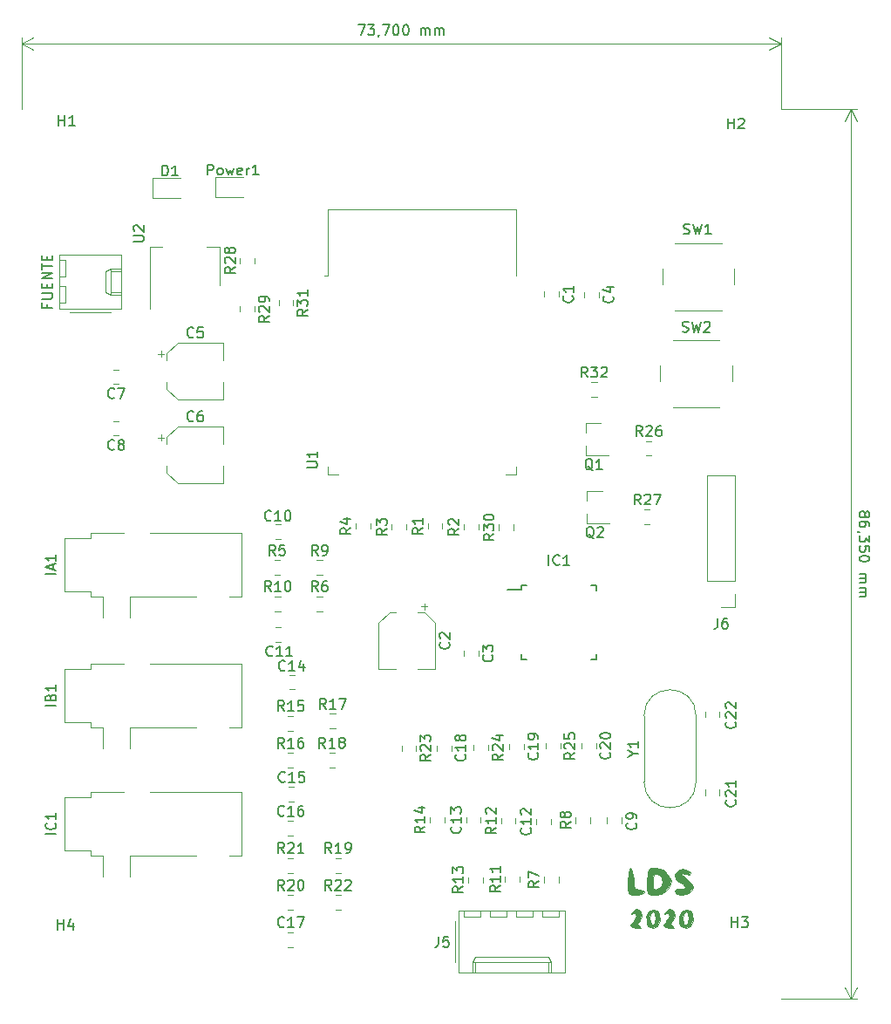
<source format=gbr>
G04 #@! TF.GenerationSoftware,KiCad,Pcbnew,(5.1.5)-3*
G04 #@! TF.CreationDate,2020-06-18T17:13:16-03:00*
G04 #@! TF.ProjectId,Energy_Meter,456e6572-6779-45f4-9d65-7465722e6b69,rev?*
G04 #@! TF.SameCoordinates,Original*
G04 #@! TF.FileFunction,Legend,Top*
G04 #@! TF.FilePolarity,Positive*
%FSLAX46Y46*%
G04 Gerber Fmt 4.6, Leading zero omitted, Abs format (unit mm)*
G04 Created by KiCad (PCBNEW (5.1.5)-3) date 2020-06-18 17:13:16*
%MOMM*%
%LPD*%
G04 APERTURE LIST*
%ADD10C,0.150000*%
%ADD11C,0.120000*%
%ADD12C,0.010000*%
G04 APERTURE END LIST*
D10*
X159489047Y-93072619D02*
X159536666Y-92977380D01*
X159584285Y-92929761D01*
X159679523Y-92882142D01*
X159727142Y-92882142D01*
X159822380Y-92929761D01*
X159870000Y-92977380D01*
X159917619Y-93072619D01*
X159917619Y-93263095D01*
X159870000Y-93358333D01*
X159822380Y-93405952D01*
X159727142Y-93453571D01*
X159679523Y-93453571D01*
X159584285Y-93405952D01*
X159536666Y-93358333D01*
X159489047Y-93263095D01*
X159489047Y-93072619D01*
X159441428Y-92977380D01*
X159393809Y-92929761D01*
X159298571Y-92882142D01*
X159108095Y-92882142D01*
X159012857Y-92929761D01*
X158965238Y-92977380D01*
X158917619Y-93072619D01*
X158917619Y-93263095D01*
X158965238Y-93358333D01*
X159012857Y-93405952D01*
X159108095Y-93453571D01*
X159298571Y-93453571D01*
X159393809Y-93405952D01*
X159441428Y-93358333D01*
X159489047Y-93263095D01*
X159917619Y-94310714D02*
X159917619Y-94120238D01*
X159870000Y-94025000D01*
X159822380Y-93977380D01*
X159679523Y-93882142D01*
X159489047Y-93834523D01*
X159108095Y-93834523D01*
X159012857Y-93882142D01*
X158965238Y-93929761D01*
X158917619Y-94025000D01*
X158917619Y-94215476D01*
X158965238Y-94310714D01*
X159012857Y-94358333D01*
X159108095Y-94405952D01*
X159346190Y-94405952D01*
X159441428Y-94358333D01*
X159489047Y-94310714D01*
X159536666Y-94215476D01*
X159536666Y-94025000D01*
X159489047Y-93929761D01*
X159441428Y-93882142D01*
X159346190Y-93834523D01*
X158965238Y-94882142D02*
X158917619Y-94882142D01*
X158822380Y-94834523D01*
X158774761Y-94786904D01*
X159917619Y-95215476D02*
X159917619Y-95834523D01*
X159536666Y-95501190D01*
X159536666Y-95644047D01*
X159489047Y-95739285D01*
X159441428Y-95786904D01*
X159346190Y-95834523D01*
X159108095Y-95834523D01*
X159012857Y-95786904D01*
X158965238Y-95739285D01*
X158917619Y-95644047D01*
X158917619Y-95358333D01*
X158965238Y-95263095D01*
X159012857Y-95215476D01*
X159917619Y-96739285D02*
X159917619Y-96263095D01*
X159441428Y-96215476D01*
X159489047Y-96263095D01*
X159536666Y-96358333D01*
X159536666Y-96596428D01*
X159489047Y-96691666D01*
X159441428Y-96739285D01*
X159346190Y-96786904D01*
X159108095Y-96786904D01*
X159012857Y-96739285D01*
X158965238Y-96691666D01*
X158917619Y-96596428D01*
X158917619Y-96358333D01*
X158965238Y-96263095D01*
X159012857Y-96215476D01*
X159917619Y-97405952D02*
X159917619Y-97501190D01*
X159870000Y-97596428D01*
X159822380Y-97644047D01*
X159727142Y-97691666D01*
X159536666Y-97739285D01*
X159298571Y-97739285D01*
X159108095Y-97691666D01*
X159012857Y-97644047D01*
X158965238Y-97596428D01*
X158917619Y-97501190D01*
X158917619Y-97405952D01*
X158965238Y-97310714D01*
X159012857Y-97263095D01*
X159108095Y-97215476D01*
X159298571Y-97167857D01*
X159536666Y-97167857D01*
X159727142Y-97215476D01*
X159822380Y-97263095D01*
X159870000Y-97310714D01*
X159917619Y-97405952D01*
X158917619Y-98929761D02*
X159584285Y-98929761D01*
X159489047Y-98929761D02*
X159536666Y-98977380D01*
X159584285Y-99072619D01*
X159584285Y-99215476D01*
X159536666Y-99310714D01*
X159441428Y-99358333D01*
X158917619Y-99358333D01*
X159441428Y-99358333D02*
X159536666Y-99405952D01*
X159584285Y-99501190D01*
X159584285Y-99644047D01*
X159536666Y-99739285D01*
X159441428Y-99786904D01*
X158917619Y-99786904D01*
X158917619Y-100263095D02*
X159584285Y-100263095D01*
X159489047Y-100263095D02*
X159536666Y-100310714D01*
X159584285Y-100405952D01*
X159584285Y-100548809D01*
X159536666Y-100644047D01*
X159441428Y-100691666D01*
X158917619Y-100691666D01*
X159441428Y-100691666D02*
X159536666Y-100739285D01*
X159584285Y-100834523D01*
X159584285Y-100977380D01*
X159536666Y-101072619D01*
X159441428Y-101120238D01*
X158917619Y-101120238D01*
D11*
X158100000Y-53850000D02*
X158100000Y-140200000D01*
X151300000Y-53850000D02*
X158686421Y-53850000D01*
X151300000Y-140200000D02*
X158686421Y-140200000D01*
X158100000Y-140200000D02*
X157513579Y-139073496D01*
X158100000Y-140200000D02*
X158686421Y-139073496D01*
X158100000Y-53850000D02*
X157513579Y-54976504D01*
X158100000Y-53850000D02*
X158686421Y-54976504D01*
D10*
X110259523Y-45632380D02*
X110926190Y-45632380D01*
X110497619Y-46632380D01*
X111211904Y-45632380D02*
X111830952Y-45632380D01*
X111497619Y-46013333D01*
X111640476Y-46013333D01*
X111735714Y-46060952D01*
X111783333Y-46108571D01*
X111830952Y-46203809D01*
X111830952Y-46441904D01*
X111783333Y-46537142D01*
X111735714Y-46584761D01*
X111640476Y-46632380D01*
X111354761Y-46632380D01*
X111259523Y-46584761D01*
X111211904Y-46537142D01*
X112307142Y-46584761D02*
X112307142Y-46632380D01*
X112259523Y-46727619D01*
X112211904Y-46775238D01*
X112640476Y-45632380D02*
X113307142Y-45632380D01*
X112878571Y-46632380D01*
X113878571Y-45632380D02*
X113973809Y-45632380D01*
X114069047Y-45680000D01*
X114116666Y-45727619D01*
X114164285Y-45822857D01*
X114211904Y-46013333D01*
X114211904Y-46251428D01*
X114164285Y-46441904D01*
X114116666Y-46537142D01*
X114069047Y-46584761D01*
X113973809Y-46632380D01*
X113878571Y-46632380D01*
X113783333Y-46584761D01*
X113735714Y-46537142D01*
X113688095Y-46441904D01*
X113640476Y-46251428D01*
X113640476Y-46013333D01*
X113688095Y-45822857D01*
X113735714Y-45727619D01*
X113783333Y-45680000D01*
X113878571Y-45632380D01*
X114830952Y-45632380D02*
X114926190Y-45632380D01*
X115021428Y-45680000D01*
X115069047Y-45727619D01*
X115116666Y-45822857D01*
X115164285Y-46013333D01*
X115164285Y-46251428D01*
X115116666Y-46441904D01*
X115069047Y-46537142D01*
X115021428Y-46584761D01*
X114926190Y-46632380D01*
X114830952Y-46632380D01*
X114735714Y-46584761D01*
X114688095Y-46537142D01*
X114640476Y-46441904D01*
X114592857Y-46251428D01*
X114592857Y-46013333D01*
X114640476Y-45822857D01*
X114688095Y-45727619D01*
X114735714Y-45680000D01*
X114830952Y-45632380D01*
X116354761Y-46632380D02*
X116354761Y-45965714D01*
X116354761Y-46060952D02*
X116402380Y-46013333D01*
X116497619Y-45965714D01*
X116640476Y-45965714D01*
X116735714Y-46013333D01*
X116783333Y-46108571D01*
X116783333Y-46632380D01*
X116783333Y-46108571D02*
X116830952Y-46013333D01*
X116926190Y-45965714D01*
X117069047Y-45965714D01*
X117164285Y-46013333D01*
X117211904Y-46108571D01*
X117211904Y-46632380D01*
X117688095Y-46632380D02*
X117688095Y-45965714D01*
X117688095Y-46060952D02*
X117735714Y-46013333D01*
X117830952Y-45965714D01*
X117973809Y-45965714D01*
X118069047Y-46013333D01*
X118116666Y-46108571D01*
X118116666Y-46632380D01*
X118116666Y-46108571D02*
X118164285Y-46013333D01*
X118259523Y-45965714D01*
X118402380Y-45965714D01*
X118497619Y-46013333D01*
X118545238Y-46108571D01*
X118545238Y-46632380D01*
D11*
X77600000Y-47450000D02*
X151300000Y-47450000D01*
X77600000Y-53850000D02*
X77600000Y-46863579D01*
X151300000Y-53850000D02*
X151300000Y-46863579D01*
X151300000Y-47450000D02*
X150173496Y-48036421D01*
X151300000Y-47450000D02*
X150173496Y-46863579D01*
X77600000Y-47450000D02*
X78726504Y-48036421D01*
X77600000Y-47450000D02*
X78726504Y-46863579D01*
D12*
G36*
X142317835Y-127706747D02*
G01*
X142532461Y-127905803D01*
X142419116Y-128111261D01*
X142020005Y-128078276D01*
X141664438Y-128020476D01*
X141674772Y-128137020D01*
X142075364Y-128499880D01*
X142197397Y-128602435D01*
X142692602Y-129069602D01*
X142807674Y-129393896D01*
X142632554Y-129699963D01*
X142168215Y-130016558D01*
X141606259Y-130124740D01*
X141151477Y-130017394D01*
X141002105Y-129756610D01*
X141198629Y-129493883D01*
X141536842Y-129520425D01*
X141973954Y-129518958D01*
X142042125Y-129297132D01*
X141745609Y-129017561D01*
X141521255Y-128924526D01*
X141089575Y-128589745D01*
X141035243Y-128122410D01*
X141318672Y-127724795D01*
X141781930Y-127592631D01*
X142317835Y-127706747D01*
G37*
X142317835Y-127706747D02*
X142532461Y-127905803D01*
X142419116Y-128111261D01*
X142020005Y-128078276D01*
X141664438Y-128020476D01*
X141674772Y-128137020D01*
X142075364Y-128499880D01*
X142197397Y-128602435D01*
X142692602Y-129069602D01*
X142807674Y-129393896D01*
X142632554Y-129699963D01*
X142168215Y-130016558D01*
X141606259Y-130124740D01*
X141151477Y-130017394D01*
X141002105Y-129756610D01*
X141198629Y-129493883D01*
X141536842Y-129520425D01*
X141973954Y-129518958D01*
X142042125Y-129297132D01*
X141745609Y-129017561D01*
X141521255Y-128924526D01*
X141089575Y-128589745D01*
X141035243Y-128122410D01*
X141318672Y-127724795D01*
X141781930Y-127592631D01*
X142317835Y-127706747D01*
G36*
X139921097Y-127670300D02*
G01*
X140358270Y-128127368D01*
X140641164Y-128650662D01*
X140595409Y-129062119D01*
X140358270Y-129464210D01*
X139744394Y-130017000D01*
X139124362Y-130132631D01*
X138653163Y-130102922D01*
X138418190Y-129921851D01*
X138337330Y-129451502D01*
X138328421Y-128795789D01*
X138863158Y-128795789D01*
X138929468Y-129382848D01*
X139176328Y-129561753D01*
X139331052Y-129546995D01*
X139717083Y-129228839D01*
X139798947Y-128795789D01*
X139626387Y-128217126D01*
X139331052Y-128044583D01*
X138997459Y-128099570D01*
X138871522Y-128519193D01*
X138863158Y-128795789D01*
X138328421Y-128795789D01*
X138346109Y-128004374D01*
X138453917Y-127609720D01*
X138733958Y-127473910D01*
X139124362Y-127458947D01*
X139921097Y-127670300D01*
G37*
X139921097Y-127670300D02*
X140358270Y-128127368D01*
X140641164Y-128650662D01*
X140595409Y-129062119D01*
X140358270Y-129464210D01*
X139744394Y-130017000D01*
X139124362Y-130132631D01*
X138653163Y-130102922D01*
X138418190Y-129921851D01*
X138337330Y-129451502D01*
X138328421Y-128795789D01*
X138863158Y-128795789D01*
X138929468Y-129382848D01*
X139176328Y-129561753D01*
X139331052Y-129546995D01*
X139717083Y-129228839D01*
X139798947Y-128795789D01*
X139626387Y-128217126D01*
X139331052Y-128044583D01*
X138997459Y-128099570D01*
X138871522Y-128519193D01*
X138863158Y-128795789D01*
X138328421Y-128795789D01*
X138346109Y-128004374D01*
X138453917Y-127609720D01*
X138733958Y-127473910D01*
X139124362Y-127458947D01*
X139921097Y-127670300D01*
G36*
X136891637Y-127696143D02*
G01*
X136984761Y-128288688D01*
X136991579Y-128528421D01*
X137036421Y-129228109D01*
X137217667Y-129537344D01*
X137526316Y-129597894D01*
X137960780Y-129709861D01*
X138061052Y-129865263D01*
X137828718Y-130052991D01*
X137268926Y-130132611D01*
X137258947Y-130132631D01*
X136784120Y-130103424D01*
X136547342Y-129923845D01*
X136465848Y-129455955D01*
X136456842Y-128795789D01*
X136504935Y-128033197D01*
X136627900Y-127549163D01*
X136724210Y-127458947D01*
X136891637Y-127696143D01*
G37*
X136891637Y-127696143D02*
X136984761Y-128288688D01*
X136991579Y-128528421D01*
X137036421Y-129228109D01*
X137217667Y-129537344D01*
X137526316Y-129597894D01*
X137960780Y-129709861D01*
X138061052Y-129865263D01*
X137828718Y-130052991D01*
X137268926Y-130132611D01*
X137258947Y-130132631D01*
X136784120Y-130103424D01*
X136547342Y-129923845D01*
X136465848Y-129455955D01*
X136456842Y-128795789D01*
X136504935Y-128033197D01*
X136627900Y-127549163D01*
X136724210Y-127458947D01*
X136891637Y-127696143D01*
G36*
X142498365Y-131583816D02*
G01*
X142717457Y-131908192D01*
X142787695Y-132576063D01*
X142546239Y-133119254D01*
X142084745Y-133341052D01*
X141621456Y-133117650D01*
X141469303Y-132844291D01*
X141466815Y-132405263D01*
X141804210Y-132405263D01*
X141895734Y-132907731D01*
X142071579Y-133073684D01*
X142272566Y-132844875D01*
X142338947Y-132405263D01*
X142247424Y-131902795D01*
X142071579Y-131736842D01*
X141870591Y-131965650D01*
X141804210Y-132405263D01*
X141466815Y-132405263D01*
X141465767Y-132220400D01*
X141719364Y-131739909D01*
X142105197Y-131496491D01*
X142498365Y-131583816D01*
G37*
X142498365Y-131583816D02*
X142717457Y-131908192D01*
X142787695Y-132576063D01*
X142546239Y-133119254D01*
X142084745Y-133341052D01*
X141621456Y-133117650D01*
X141469303Y-132844291D01*
X141466815Y-132405263D01*
X141804210Y-132405263D01*
X141895734Y-132907731D01*
X142071579Y-133073684D01*
X142272566Y-132844875D01*
X142338947Y-132405263D01*
X142247424Y-131902795D01*
X142071579Y-131736842D01*
X141870591Y-131965650D01*
X141804210Y-132405263D01*
X141466815Y-132405263D01*
X141465767Y-132220400D01*
X141719364Y-131739909D01*
X142105197Y-131496491D01*
X142498365Y-131583816D01*
G36*
X140913342Y-131675789D02*
G01*
X140992809Y-132127047D01*
X140836818Y-132571715D01*
X140706192Y-132690273D01*
X140584159Y-132931643D01*
X140773034Y-133103011D01*
X140921029Y-133278290D01*
X140574159Y-133336503D01*
X140534210Y-133336958D01*
X140064686Y-133245399D01*
X139932631Y-133089463D01*
X140126981Y-132727356D01*
X140200000Y-132672631D01*
X140443326Y-132286930D01*
X140467368Y-132106336D01*
X140322670Y-131849073D01*
X140158689Y-131896057D01*
X139975730Y-131927570D01*
X140040784Y-131778152D01*
X140453915Y-131493346D01*
X140616832Y-131469473D01*
X140913342Y-131675789D01*
G37*
X140913342Y-131675789D02*
X140992809Y-132127047D01*
X140836818Y-132571715D01*
X140706192Y-132690273D01*
X140584159Y-132931643D01*
X140773034Y-133103011D01*
X140921029Y-133278290D01*
X140574159Y-133336503D01*
X140534210Y-133336958D01*
X140064686Y-133245399D01*
X139932631Y-133089463D01*
X140126981Y-132727356D01*
X140200000Y-132672631D01*
X140443326Y-132286930D01*
X140467368Y-132106336D01*
X140322670Y-131849073D01*
X140158689Y-131896057D01*
X139975730Y-131927570D01*
X140040784Y-131778152D01*
X140453915Y-131493346D01*
X140616832Y-131469473D01*
X140913342Y-131675789D01*
G36*
X139289944Y-131583816D02*
G01*
X139509036Y-131908192D01*
X139579274Y-132576063D01*
X139337818Y-133119254D01*
X138876324Y-133341052D01*
X138413035Y-133117650D01*
X138260882Y-132844291D01*
X138258394Y-132405263D01*
X138595789Y-132405263D01*
X138687313Y-132907731D01*
X138863158Y-133073684D01*
X139064145Y-132844875D01*
X139130526Y-132405263D01*
X139039003Y-131902795D01*
X138863158Y-131736842D01*
X138662170Y-131965650D01*
X138595789Y-132405263D01*
X138258394Y-132405263D01*
X138257346Y-132220400D01*
X138510943Y-131739909D01*
X138896776Y-131496491D01*
X139289944Y-131583816D01*
G37*
X139289944Y-131583816D02*
X139509036Y-131908192D01*
X139579274Y-132576063D01*
X139337818Y-133119254D01*
X138876324Y-133341052D01*
X138413035Y-133117650D01*
X138260882Y-132844291D01*
X138258394Y-132405263D01*
X138595789Y-132405263D01*
X138687313Y-132907731D01*
X138863158Y-133073684D01*
X139064145Y-132844875D01*
X139130526Y-132405263D01*
X139039003Y-131902795D01*
X138863158Y-131736842D01*
X138662170Y-131965650D01*
X138595789Y-132405263D01*
X138258394Y-132405263D01*
X138257346Y-132220400D01*
X138510943Y-131739909D01*
X138896776Y-131496491D01*
X139289944Y-131583816D01*
G36*
X137704921Y-131675789D02*
G01*
X137784387Y-132127047D01*
X137628397Y-132571715D01*
X137497771Y-132690273D01*
X137375738Y-132931643D01*
X137564613Y-133103011D01*
X137712608Y-133278290D01*
X137365738Y-133336503D01*
X137325789Y-133336958D01*
X136856265Y-133245399D01*
X136724210Y-133089463D01*
X136918560Y-132727356D01*
X136991579Y-132672631D01*
X137234905Y-132286930D01*
X137258947Y-132106336D01*
X137114249Y-131849073D01*
X136950268Y-131896057D01*
X136767309Y-131927570D01*
X136832363Y-131778152D01*
X137245494Y-131493346D01*
X137408411Y-131469473D01*
X137704921Y-131675789D01*
G37*
X137704921Y-131675789D02*
X137784387Y-132127047D01*
X137628397Y-132571715D01*
X137497771Y-132690273D01*
X137375738Y-132931643D01*
X137564613Y-133103011D01*
X137712608Y-133278290D01*
X137365738Y-133336503D01*
X137325789Y-133336958D01*
X136856265Y-133245399D01*
X136724210Y-133089463D01*
X136918560Y-132727356D01*
X136991579Y-132672631D01*
X137234905Y-132286930D01*
X137258947Y-132106336D01*
X137114249Y-131849073D01*
X136950268Y-131896057D01*
X136767309Y-131927570D01*
X136832363Y-131778152D01*
X137245494Y-131493346D01*
X137408411Y-131469473D01*
X137704921Y-131675789D01*
D11*
X138025000Y-119110000D02*
X138025000Y-112710000D01*
X143075000Y-119110000D02*
X143075000Y-112710000D01*
X143075000Y-119110000D02*
G75*
G02X138025000Y-119110000I-2525000J0D01*
G01*
X143075000Y-112710000D02*
G75*
G03X138025000Y-112710000I-2525000J0D01*
G01*
X96822000Y-67186000D02*
X95562000Y-67186000D01*
X90002000Y-67186000D02*
X91262000Y-67186000D01*
X96822000Y-70946000D02*
X96822000Y-67186000D01*
X90002000Y-73196000D02*
X90002000Y-67186000D01*
X107324000Y-88536000D02*
X107324000Y-89316000D01*
X107324000Y-89316000D02*
X108324000Y-89316000D01*
X125564000Y-88536000D02*
X125564000Y-89316000D01*
X125564000Y-89316000D02*
X124564000Y-89316000D01*
X107324000Y-63571000D02*
X125564000Y-63571000D01*
X125564000Y-63571000D02*
X125564000Y-69991000D01*
X107324000Y-63571000D02*
X107324000Y-69991000D01*
X107324000Y-69991000D02*
X106944000Y-69991000D01*
X134440000Y-123121078D02*
X134440000Y-122603922D01*
X135860000Y-123121078D02*
X135860000Y-122603922D01*
X128340000Y-71528922D02*
X128340000Y-72046078D01*
X129760000Y-71528922D02*
X129760000Y-72046078D01*
X116999500Y-102105500D02*
X116374500Y-102105500D01*
X116687000Y-101793000D02*
X116687000Y-102418000D01*
X113306437Y-102658000D02*
X112242000Y-103722437D01*
X116697563Y-102658000D02*
X117762000Y-103722437D01*
X116697563Y-102658000D02*
X116062000Y-102658000D01*
X113306437Y-102658000D02*
X113942000Y-102658000D01*
X112242000Y-103722437D02*
X112242000Y-108178000D01*
X117762000Y-103722437D02*
X117762000Y-108178000D01*
X117762000Y-108178000D02*
X116062000Y-108178000D01*
X112242000Y-108178000D02*
X113942000Y-108178000D01*
X120534000Y-106377422D02*
X120534000Y-106894578D01*
X121954000Y-106377422D02*
X121954000Y-106894578D01*
X133660000Y-71553922D02*
X133660000Y-72071078D01*
X132240000Y-71553922D02*
X132240000Y-72071078D01*
X91115500Y-77258500D02*
X91115500Y-77883500D01*
X90803000Y-77571000D02*
X91428000Y-77571000D01*
X91668000Y-80951563D02*
X92732437Y-82016000D01*
X91668000Y-77560437D02*
X92732437Y-76496000D01*
X91668000Y-77560437D02*
X91668000Y-78196000D01*
X91668000Y-80951563D02*
X91668000Y-80316000D01*
X92732437Y-82016000D02*
X97188000Y-82016000D01*
X92732437Y-76496000D02*
X97188000Y-76496000D01*
X97188000Y-76496000D02*
X97188000Y-78196000D01*
X97188000Y-82016000D02*
X97188000Y-80316000D01*
X97188000Y-90144000D02*
X97188000Y-88444000D01*
X97188000Y-84624000D02*
X97188000Y-86324000D01*
X92732437Y-84624000D02*
X97188000Y-84624000D01*
X92732437Y-90144000D02*
X97188000Y-90144000D01*
X91668000Y-89079563D02*
X91668000Y-88444000D01*
X91668000Y-85688437D02*
X91668000Y-86324000D01*
X91668000Y-85688437D02*
X92732437Y-84624000D01*
X91668000Y-89079563D02*
X92732437Y-90144000D01*
X90803000Y-85699000D02*
X91428000Y-85699000D01*
X91115500Y-85386500D02*
X91115500Y-86011500D01*
X87010578Y-80506000D02*
X86493422Y-80506000D01*
X87010578Y-79086000D02*
X86493422Y-79086000D01*
X87010578Y-84086000D02*
X86493422Y-84086000D01*
X87010578Y-85506000D02*
X86493422Y-85506000D01*
X102765078Y-95546000D02*
X102247922Y-95546000D01*
X102765078Y-94126000D02*
X102247922Y-94126000D01*
X102765078Y-105546000D02*
X102247922Y-105546000D01*
X102765078Y-104126000D02*
X102247922Y-104126000D01*
X128954000Y-123232078D02*
X128954000Y-122714922D01*
X127534000Y-123232078D02*
X127534000Y-122714922D01*
X120734000Y-123094578D02*
X120734000Y-122577422D01*
X122154000Y-123094578D02*
X122154000Y-122577422D01*
X104102578Y-108726000D02*
X103585422Y-108726000D01*
X104102578Y-110146000D02*
X103585422Y-110146000D01*
X103528922Y-121060000D02*
X104046078Y-121060000D01*
X103528922Y-119640000D02*
X104046078Y-119640000D01*
X103447922Y-124346000D02*
X103965078Y-124346000D01*
X103447922Y-122926000D02*
X103965078Y-122926000D01*
X103447922Y-133726000D02*
X103965078Y-133726000D01*
X103447922Y-135146000D02*
X103965078Y-135146000D01*
X119310000Y-115578922D02*
X119310000Y-116096078D01*
X117890000Y-115578922D02*
X117890000Y-116096078D01*
X126360000Y-115428922D02*
X126360000Y-115946078D01*
X124940000Y-115428922D02*
X124940000Y-115946078D01*
X133360000Y-115353922D02*
X133360000Y-115871078D01*
X131940000Y-115353922D02*
X131940000Y-115871078D01*
X145360000Y-120408578D02*
X145360000Y-119891422D01*
X143940000Y-120408578D02*
X143940000Y-119891422D01*
X145360000Y-112796078D02*
X145360000Y-112278922D01*
X143940000Y-112796078D02*
X143940000Y-112278922D01*
X85464000Y-101152000D02*
X84264000Y-101152000D01*
X84264000Y-101152000D02*
X84264000Y-100652000D01*
X84264000Y-100652000D02*
X81764000Y-100652000D01*
X81764000Y-100652000D02*
X81764000Y-95452000D01*
X81764000Y-95452000D02*
X84264000Y-95452000D01*
X84264000Y-95452000D02*
X84264000Y-94952000D01*
X84264000Y-94952000D02*
X87464000Y-94952000D01*
X90064000Y-94952000D02*
X98964000Y-94952000D01*
X98964000Y-94952000D02*
X98964000Y-101152000D01*
X98964000Y-101152000D02*
X97764000Y-101152000D01*
X94564000Y-101152000D02*
X88064000Y-101152000D01*
X85464000Y-101152000D02*
X85464000Y-103152000D01*
X88064000Y-101152000D02*
X88064000Y-103152000D01*
X88064000Y-113852000D02*
X88064000Y-115852000D01*
X85464000Y-113852000D02*
X85464000Y-115852000D01*
X94564000Y-113852000D02*
X88064000Y-113852000D01*
X98964000Y-113852000D02*
X97764000Y-113852000D01*
X98964000Y-107652000D02*
X98964000Y-113852000D01*
X90064000Y-107652000D02*
X98964000Y-107652000D01*
X84264000Y-107652000D02*
X87464000Y-107652000D01*
X84264000Y-108152000D02*
X84264000Y-107652000D01*
X81764000Y-108152000D02*
X84264000Y-108152000D01*
X81764000Y-113352000D02*
X81764000Y-108152000D01*
X84264000Y-113352000D02*
X81764000Y-113352000D01*
X84264000Y-113852000D02*
X84264000Y-113352000D01*
X85464000Y-113852000D02*
X84264000Y-113852000D01*
D10*
X126119000Y-100011000D02*
X126119000Y-100436000D01*
X133369000Y-100011000D02*
X133369000Y-100536000D01*
X133369000Y-107261000D02*
X133369000Y-106736000D01*
X126119000Y-107261000D02*
X126119000Y-106736000D01*
X126119000Y-100011000D02*
X126644000Y-100011000D01*
X126119000Y-107261000D02*
X126644000Y-107261000D01*
X133369000Y-107261000D02*
X132844000Y-107261000D01*
X133369000Y-100011000D02*
X132844000Y-100011000D01*
X126119000Y-100436000D02*
X124744000Y-100436000D01*
D11*
X85464000Y-126298000D02*
X84264000Y-126298000D01*
X84264000Y-126298000D02*
X84264000Y-125798000D01*
X84264000Y-125798000D02*
X81764000Y-125798000D01*
X81764000Y-125798000D02*
X81764000Y-120598000D01*
X81764000Y-120598000D02*
X84264000Y-120598000D01*
X84264000Y-120598000D02*
X84264000Y-120098000D01*
X84264000Y-120098000D02*
X87464000Y-120098000D01*
X90064000Y-120098000D02*
X98964000Y-120098000D01*
X98964000Y-120098000D02*
X98964000Y-126298000D01*
X98964000Y-126298000D02*
X97764000Y-126298000D01*
X94564000Y-126298000D02*
X88064000Y-126298000D01*
X85464000Y-126298000D02*
X85464000Y-128298000D01*
X88064000Y-126298000D02*
X88064000Y-128298000D01*
X81214000Y-73216000D02*
X87234000Y-73216000D01*
X87234000Y-73216000D02*
X87234000Y-67916000D01*
X87234000Y-67916000D02*
X81214000Y-67916000D01*
X81214000Y-67916000D02*
X81214000Y-73216000D01*
X82244000Y-73506000D02*
X86244000Y-73506000D01*
X87234000Y-71836000D02*
X86234000Y-71836000D01*
X86234000Y-71836000D02*
X86234000Y-69296000D01*
X86234000Y-69296000D02*
X87234000Y-69296000D01*
X86234000Y-71836000D02*
X85704000Y-71586000D01*
X85704000Y-71586000D02*
X85704000Y-69546000D01*
X85704000Y-69546000D02*
X86234000Y-69296000D01*
X87234000Y-71586000D02*
X86234000Y-71586000D01*
X87234000Y-69546000D02*
X86234000Y-69546000D01*
X81214000Y-72636000D02*
X81814000Y-72636000D01*
X81814000Y-72636000D02*
X81814000Y-71036000D01*
X81814000Y-71036000D02*
X81214000Y-71036000D01*
X81214000Y-70096000D02*
X81814000Y-70096000D01*
X81814000Y-70096000D02*
X81814000Y-68496000D01*
X81814000Y-68496000D02*
X81214000Y-68496000D01*
X119972000Y-131598000D02*
X119972000Y-137618000D01*
X119972000Y-137618000D02*
X130352000Y-137618000D01*
X130352000Y-137618000D02*
X130352000Y-131598000D01*
X130352000Y-131598000D02*
X119972000Y-131598000D01*
X119682000Y-132628000D02*
X119682000Y-136628000D01*
X121352000Y-137618000D02*
X121352000Y-136618000D01*
X121352000Y-136618000D02*
X128972000Y-136618000D01*
X128972000Y-136618000D02*
X128972000Y-137618000D01*
X121352000Y-136618000D02*
X121602000Y-136088000D01*
X121602000Y-136088000D02*
X128722000Y-136088000D01*
X128722000Y-136088000D02*
X128972000Y-136618000D01*
X121602000Y-137618000D02*
X121602000Y-136618000D01*
X128722000Y-137618000D02*
X128722000Y-136618000D01*
X120552000Y-131598000D02*
X120552000Y-132198000D01*
X120552000Y-132198000D02*
X122152000Y-132198000D01*
X122152000Y-132198000D02*
X122152000Y-131598000D01*
X123092000Y-131598000D02*
X123092000Y-132198000D01*
X123092000Y-132198000D02*
X124692000Y-132198000D01*
X124692000Y-132198000D02*
X124692000Y-131598000D01*
X125632000Y-131598000D02*
X125632000Y-132198000D01*
X125632000Y-132198000D02*
X127232000Y-132198000D01*
X127232000Y-132198000D02*
X127232000Y-131598000D01*
X128172000Y-131598000D02*
X128172000Y-132198000D01*
X128172000Y-132198000D02*
X129772000Y-132198000D01*
X129772000Y-132198000D02*
X129772000Y-131598000D01*
X146830000Y-89360000D02*
X144170000Y-89360000D01*
X146830000Y-99580000D02*
X146830000Y-89360000D01*
X144170000Y-99580000D02*
X144170000Y-89360000D01*
X146830000Y-99580000D02*
X144170000Y-99580000D01*
X146830000Y-100850000D02*
X146830000Y-102180000D01*
X146830000Y-102180000D02*
X145500000Y-102180000D01*
X132384000Y-84256000D02*
X133844000Y-84256000D01*
X132384000Y-87416000D02*
X134544000Y-87416000D01*
X132384000Y-87416000D02*
X132384000Y-86486000D01*
X132384000Y-84256000D02*
X132384000Y-85186000D01*
X132484000Y-90856000D02*
X132484000Y-91786000D01*
X132484000Y-94016000D02*
X132484000Y-93086000D01*
X132484000Y-94016000D02*
X134644000Y-94016000D01*
X132484000Y-90856000D02*
X133944000Y-90856000D01*
X118438000Y-94570078D02*
X118438000Y-94052922D01*
X117018000Y-94570078D02*
X117018000Y-94052922D01*
X120518000Y-94632578D02*
X120518000Y-94115422D01*
X121938000Y-94632578D02*
X121938000Y-94115422D01*
X114938000Y-94632578D02*
X114938000Y-94115422D01*
X113518000Y-94632578D02*
X113518000Y-94115422D01*
X110018000Y-94570078D02*
X110018000Y-94052922D01*
X111438000Y-94570078D02*
X111438000Y-94052922D01*
X102122922Y-97626000D02*
X102640078Y-97626000D01*
X102122922Y-99046000D02*
X102640078Y-99046000D01*
X106247922Y-102546000D02*
X106765078Y-102546000D01*
X106247922Y-101126000D02*
X106765078Y-101126000D01*
X128290000Y-128871078D02*
X128290000Y-128353922D01*
X129710000Y-128871078D02*
X129710000Y-128353922D01*
X131390000Y-122603922D02*
X131390000Y-123121078D01*
X132810000Y-122603922D02*
X132810000Y-123121078D01*
X106247922Y-97626000D02*
X106765078Y-97626000D01*
X106247922Y-99046000D02*
X106765078Y-99046000D01*
X102185422Y-102546000D02*
X102702578Y-102546000D01*
X102185422Y-101126000D02*
X102702578Y-101126000D01*
X124540000Y-128821078D02*
X124540000Y-128303922D01*
X125960000Y-128821078D02*
X125960000Y-128303922D01*
X124134000Y-123157078D02*
X124134000Y-122639922D01*
X125554000Y-123157078D02*
X125554000Y-122639922D01*
X120934000Y-128894578D02*
X120934000Y-128377422D01*
X122354000Y-128894578D02*
X122354000Y-128377422D01*
X118660000Y-123071078D02*
X118660000Y-122553922D01*
X117240000Y-123071078D02*
X117240000Y-122553922D01*
X103447922Y-114146000D02*
X103965078Y-114146000D01*
X103447922Y-112726000D02*
X103965078Y-112726000D01*
X103447922Y-116326000D02*
X103965078Y-116326000D01*
X103447922Y-117746000D02*
X103965078Y-117746000D01*
X107522922Y-112526000D02*
X108040078Y-112526000D01*
X107522922Y-113946000D02*
X108040078Y-113946000D01*
X107447922Y-117746000D02*
X107965078Y-117746000D01*
X107447922Y-116326000D02*
X107965078Y-116326000D01*
X108047922Y-126526000D02*
X108565078Y-126526000D01*
X108047922Y-127946000D02*
X108565078Y-127946000D01*
X103447922Y-130126000D02*
X103965078Y-130126000D01*
X103447922Y-131546000D02*
X103965078Y-131546000D01*
X103447922Y-127946000D02*
X103965078Y-127946000D01*
X103447922Y-126526000D02*
X103965078Y-126526000D01*
X108047922Y-131546000D02*
X108565078Y-131546000D01*
X108047922Y-130126000D02*
X108565078Y-130126000D01*
X114486000Y-115578922D02*
X114486000Y-116096078D01*
X115906000Y-115578922D02*
X115906000Y-116096078D01*
X122906000Y-115528922D02*
X122906000Y-116046078D01*
X121486000Y-115528922D02*
X121486000Y-116046078D01*
X128486000Y-115393422D02*
X128486000Y-115910578D01*
X129906000Y-115393422D02*
X129906000Y-115910578D01*
X138228922Y-86040000D02*
X138746078Y-86040000D01*
X138228922Y-87460000D02*
X138746078Y-87460000D01*
X138078922Y-94110000D02*
X138596078Y-94110000D01*
X138078922Y-92690000D02*
X138596078Y-92690000D01*
X123918000Y-94670078D02*
X123918000Y-94152922D01*
X125338000Y-94670078D02*
X125338000Y-94152922D01*
X92966500Y-60516000D02*
X90281500Y-60516000D01*
X90281500Y-60516000D02*
X90281500Y-62436000D01*
X90281500Y-62436000D02*
X92966500Y-62436000D01*
X96402500Y-62360000D02*
X99087500Y-62360000D01*
X96402500Y-60440000D02*
X96402500Y-62360000D01*
X99087500Y-60440000D02*
X96402500Y-60440000D01*
X98798000Y-68768078D02*
X98798000Y-68250922D01*
X100218000Y-68768078D02*
X100218000Y-68250922D01*
X98798000Y-72979922D02*
X98798000Y-73497078D01*
X100218000Y-72979922D02*
X100218000Y-73497078D01*
X102534000Y-72377422D02*
X102534000Y-72894578D01*
X103954000Y-72377422D02*
X103954000Y-72894578D01*
X132922922Y-80326000D02*
X133440078Y-80326000D01*
X132922922Y-81746000D02*
X133440078Y-81746000D01*
X141044000Y-73336000D02*
X145544000Y-73336000D01*
X139794000Y-69336000D02*
X139794000Y-70836000D01*
X145544000Y-66836000D02*
X141044000Y-66836000D01*
X146794000Y-70836000D02*
X146794000Y-69336000D01*
X146594000Y-80236000D02*
X146594000Y-78736000D01*
X145344000Y-76236000D02*
X140844000Y-76236000D01*
X139594000Y-78736000D02*
X139594000Y-80236000D01*
X140844000Y-82736000D02*
X145344000Y-82736000D01*
D10*
X137001190Y-116386190D02*
X137477380Y-116386190D01*
X136477380Y-116719523D02*
X137001190Y-116386190D01*
X136477380Y-116052857D01*
X137477380Y-115195714D02*
X137477380Y-115767142D01*
X137477380Y-115481428D02*
X136477380Y-115481428D01*
X136620238Y-115576666D01*
X136715476Y-115671904D01*
X136763095Y-115767142D01*
X88452380Y-66661904D02*
X89261904Y-66661904D01*
X89357142Y-66614285D01*
X89404761Y-66566666D01*
X89452380Y-66471428D01*
X89452380Y-66280952D01*
X89404761Y-66185714D01*
X89357142Y-66138095D01*
X89261904Y-66090476D01*
X88452380Y-66090476D01*
X88547619Y-65661904D02*
X88500000Y-65614285D01*
X88452380Y-65519047D01*
X88452380Y-65280952D01*
X88500000Y-65185714D01*
X88547619Y-65138095D01*
X88642857Y-65090476D01*
X88738095Y-65090476D01*
X88880952Y-65138095D01*
X89452380Y-65709523D01*
X89452380Y-65090476D01*
X105286380Y-88627904D02*
X106095904Y-88627904D01*
X106191142Y-88580285D01*
X106238761Y-88532666D01*
X106286380Y-88437428D01*
X106286380Y-88246952D01*
X106238761Y-88151714D01*
X106191142Y-88104095D01*
X106095904Y-88056476D01*
X105286380Y-88056476D01*
X106286380Y-87056476D02*
X106286380Y-87627904D01*
X106286380Y-87342190D02*
X105286380Y-87342190D01*
X105429238Y-87437428D01*
X105524476Y-87532666D01*
X105572095Y-87627904D01*
X137207142Y-123116666D02*
X137254761Y-123164285D01*
X137302380Y-123307142D01*
X137302380Y-123402380D01*
X137254761Y-123545238D01*
X137159523Y-123640476D01*
X137064285Y-123688095D01*
X136873809Y-123735714D01*
X136730952Y-123735714D01*
X136540476Y-123688095D01*
X136445238Y-123640476D01*
X136350000Y-123545238D01*
X136302380Y-123402380D01*
X136302380Y-123307142D01*
X136350000Y-123164285D01*
X136397619Y-123116666D01*
X137302380Y-122640476D02*
X137302380Y-122450000D01*
X137254761Y-122354761D01*
X137207142Y-122307142D01*
X137064285Y-122211904D01*
X136873809Y-122164285D01*
X136492857Y-122164285D01*
X136397619Y-122211904D01*
X136350000Y-122259523D01*
X136302380Y-122354761D01*
X136302380Y-122545238D01*
X136350000Y-122640476D01*
X136397619Y-122688095D01*
X136492857Y-122735714D01*
X136730952Y-122735714D01*
X136826190Y-122688095D01*
X136873809Y-122640476D01*
X136921428Y-122545238D01*
X136921428Y-122354761D01*
X136873809Y-122259523D01*
X136826190Y-122211904D01*
X136730952Y-122164285D01*
X131057142Y-71954166D02*
X131104761Y-72001785D01*
X131152380Y-72144642D01*
X131152380Y-72239880D01*
X131104761Y-72382738D01*
X131009523Y-72477976D01*
X130914285Y-72525595D01*
X130723809Y-72573214D01*
X130580952Y-72573214D01*
X130390476Y-72525595D01*
X130295238Y-72477976D01*
X130200000Y-72382738D01*
X130152380Y-72239880D01*
X130152380Y-72144642D01*
X130200000Y-72001785D01*
X130247619Y-71954166D01*
X131152380Y-71001785D02*
X131152380Y-71573214D01*
X131152380Y-71287500D02*
X130152380Y-71287500D01*
X130295238Y-71382738D01*
X130390476Y-71477976D01*
X130438095Y-71573214D01*
X119059142Y-105584666D02*
X119106761Y-105632285D01*
X119154380Y-105775142D01*
X119154380Y-105870380D01*
X119106761Y-106013238D01*
X119011523Y-106108476D01*
X118916285Y-106156095D01*
X118725809Y-106203714D01*
X118582952Y-106203714D01*
X118392476Y-106156095D01*
X118297238Y-106108476D01*
X118202000Y-106013238D01*
X118154380Y-105870380D01*
X118154380Y-105775142D01*
X118202000Y-105632285D01*
X118249619Y-105584666D01*
X118249619Y-105203714D02*
X118202000Y-105156095D01*
X118154380Y-105060857D01*
X118154380Y-104822761D01*
X118202000Y-104727523D01*
X118249619Y-104679904D01*
X118344857Y-104632285D01*
X118440095Y-104632285D01*
X118582952Y-104679904D01*
X119154380Y-105251333D01*
X119154380Y-104632285D01*
X123251142Y-106802666D02*
X123298761Y-106850285D01*
X123346380Y-106993142D01*
X123346380Y-107088380D01*
X123298761Y-107231238D01*
X123203523Y-107326476D01*
X123108285Y-107374095D01*
X122917809Y-107421714D01*
X122774952Y-107421714D01*
X122584476Y-107374095D01*
X122489238Y-107326476D01*
X122394000Y-107231238D01*
X122346380Y-107088380D01*
X122346380Y-106993142D01*
X122394000Y-106850285D01*
X122441619Y-106802666D01*
X122346380Y-106469333D02*
X122346380Y-105850285D01*
X122727333Y-106183619D01*
X122727333Y-106040761D01*
X122774952Y-105945523D01*
X122822571Y-105897904D01*
X122917809Y-105850285D01*
X123155904Y-105850285D01*
X123251142Y-105897904D01*
X123298761Y-105945523D01*
X123346380Y-106040761D01*
X123346380Y-106326476D01*
X123298761Y-106421714D01*
X123251142Y-106469333D01*
X134957142Y-71979166D02*
X135004761Y-72026785D01*
X135052380Y-72169642D01*
X135052380Y-72264880D01*
X135004761Y-72407738D01*
X134909523Y-72502976D01*
X134814285Y-72550595D01*
X134623809Y-72598214D01*
X134480952Y-72598214D01*
X134290476Y-72550595D01*
X134195238Y-72502976D01*
X134100000Y-72407738D01*
X134052380Y-72264880D01*
X134052380Y-72169642D01*
X134100000Y-72026785D01*
X134147619Y-71979166D01*
X134385714Y-71122023D02*
X135052380Y-71122023D01*
X134004761Y-71360119D02*
X134719047Y-71598214D01*
X134719047Y-70979166D01*
X94261333Y-75913142D02*
X94213714Y-75960761D01*
X94070857Y-76008380D01*
X93975619Y-76008380D01*
X93832761Y-75960761D01*
X93737523Y-75865523D01*
X93689904Y-75770285D01*
X93642285Y-75579809D01*
X93642285Y-75436952D01*
X93689904Y-75246476D01*
X93737523Y-75151238D01*
X93832761Y-75056000D01*
X93975619Y-75008380D01*
X94070857Y-75008380D01*
X94213714Y-75056000D01*
X94261333Y-75103619D01*
X95166095Y-75008380D02*
X94689904Y-75008380D01*
X94642285Y-75484571D01*
X94689904Y-75436952D01*
X94785142Y-75389333D01*
X95023238Y-75389333D01*
X95118476Y-75436952D01*
X95166095Y-75484571D01*
X95213714Y-75579809D01*
X95213714Y-75817904D01*
X95166095Y-75913142D01*
X95118476Y-75960761D01*
X95023238Y-76008380D01*
X94785142Y-76008380D01*
X94689904Y-75960761D01*
X94642285Y-75913142D01*
X94261333Y-84041142D02*
X94213714Y-84088761D01*
X94070857Y-84136380D01*
X93975619Y-84136380D01*
X93832761Y-84088761D01*
X93737523Y-83993523D01*
X93689904Y-83898285D01*
X93642285Y-83707809D01*
X93642285Y-83564952D01*
X93689904Y-83374476D01*
X93737523Y-83279238D01*
X93832761Y-83184000D01*
X93975619Y-83136380D01*
X94070857Y-83136380D01*
X94213714Y-83184000D01*
X94261333Y-83231619D01*
X95118476Y-83136380D02*
X94928000Y-83136380D01*
X94832761Y-83184000D01*
X94785142Y-83231619D01*
X94689904Y-83374476D01*
X94642285Y-83564952D01*
X94642285Y-83945904D01*
X94689904Y-84041142D01*
X94737523Y-84088761D01*
X94832761Y-84136380D01*
X95023238Y-84136380D01*
X95118476Y-84088761D01*
X95166095Y-84041142D01*
X95213714Y-83945904D01*
X95213714Y-83707809D01*
X95166095Y-83612571D01*
X95118476Y-83564952D01*
X95023238Y-83517333D01*
X94832761Y-83517333D01*
X94737523Y-83564952D01*
X94689904Y-83612571D01*
X94642285Y-83707809D01*
X86585333Y-81803142D02*
X86537714Y-81850761D01*
X86394857Y-81898380D01*
X86299619Y-81898380D01*
X86156761Y-81850761D01*
X86061523Y-81755523D01*
X86013904Y-81660285D01*
X85966285Y-81469809D01*
X85966285Y-81326952D01*
X86013904Y-81136476D01*
X86061523Y-81041238D01*
X86156761Y-80946000D01*
X86299619Y-80898380D01*
X86394857Y-80898380D01*
X86537714Y-80946000D01*
X86585333Y-80993619D01*
X86918666Y-80898380D02*
X87585333Y-80898380D01*
X87156761Y-81898380D01*
X86585333Y-86803142D02*
X86537714Y-86850761D01*
X86394857Y-86898380D01*
X86299619Y-86898380D01*
X86156761Y-86850761D01*
X86061523Y-86755523D01*
X86013904Y-86660285D01*
X85966285Y-86469809D01*
X85966285Y-86326952D01*
X86013904Y-86136476D01*
X86061523Y-86041238D01*
X86156761Y-85946000D01*
X86299619Y-85898380D01*
X86394857Y-85898380D01*
X86537714Y-85946000D01*
X86585333Y-85993619D01*
X87156761Y-86326952D02*
X87061523Y-86279333D01*
X87013904Y-86231714D01*
X86966285Y-86136476D01*
X86966285Y-86088857D01*
X87013904Y-85993619D01*
X87061523Y-85946000D01*
X87156761Y-85898380D01*
X87347238Y-85898380D01*
X87442476Y-85946000D01*
X87490095Y-85993619D01*
X87537714Y-86088857D01*
X87537714Y-86136476D01*
X87490095Y-86231714D01*
X87442476Y-86279333D01*
X87347238Y-86326952D01*
X87156761Y-86326952D01*
X87061523Y-86374571D01*
X87013904Y-86422190D01*
X86966285Y-86517428D01*
X86966285Y-86707904D01*
X87013904Y-86803142D01*
X87061523Y-86850761D01*
X87156761Y-86898380D01*
X87347238Y-86898380D01*
X87442476Y-86850761D01*
X87490095Y-86803142D01*
X87537714Y-86707904D01*
X87537714Y-86517428D01*
X87490095Y-86422190D01*
X87442476Y-86374571D01*
X87347238Y-86326952D01*
X101801142Y-93693142D02*
X101753523Y-93740761D01*
X101610666Y-93788380D01*
X101515428Y-93788380D01*
X101372571Y-93740761D01*
X101277333Y-93645523D01*
X101229714Y-93550285D01*
X101182095Y-93359809D01*
X101182095Y-93216952D01*
X101229714Y-93026476D01*
X101277333Y-92931238D01*
X101372571Y-92836000D01*
X101515428Y-92788380D01*
X101610666Y-92788380D01*
X101753523Y-92836000D01*
X101801142Y-92883619D01*
X102753523Y-93788380D02*
X102182095Y-93788380D01*
X102467809Y-93788380D02*
X102467809Y-92788380D01*
X102372571Y-92931238D01*
X102277333Y-93026476D01*
X102182095Y-93074095D01*
X103372571Y-92788380D02*
X103467809Y-92788380D01*
X103563047Y-92836000D01*
X103610666Y-92883619D01*
X103658285Y-92978857D01*
X103705904Y-93169333D01*
X103705904Y-93407428D01*
X103658285Y-93597904D01*
X103610666Y-93693142D01*
X103563047Y-93740761D01*
X103467809Y-93788380D01*
X103372571Y-93788380D01*
X103277333Y-93740761D01*
X103229714Y-93693142D01*
X103182095Y-93597904D01*
X103134476Y-93407428D01*
X103134476Y-93169333D01*
X103182095Y-92978857D01*
X103229714Y-92883619D01*
X103277333Y-92836000D01*
X103372571Y-92788380D01*
X101957142Y-106843142D02*
X101909523Y-106890761D01*
X101766666Y-106938380D01*
X101671428Y-106938380D01*
X101528571Y-106890761D01*
X101433333Y-106795523D01*
X101385714Y-106700285D01*
X101338095Y-106509809D01*
X101338095Y-106366952D01*
X101385714Y-106176476D01*
X101433333Y-106081238D01*
X101528571Y-105986000D01*
X101671428Y-105938380D01*
X101766666Y-105938380D01*
X101909523Y-105986000D01*
X101957142Y-106033619D01*
X102909523Y-106938380D02*
X102338095Y-106938380D01*
X102623809Y-106938380D02*
X102623809Y-105938380D01*
X102528571Y-106081238D01*
X102433333Y-106176476D01*
X102338095Y-106224095D01*
X103861904Y-106938380D02*
X103290476Y-106938380D01*
X103576190Y-106938380D02*
X103576190Y-105938380D01*
X103480952Y-106081238D01*
X103385714Y-106176476D01*
X103290476Y-106224095D01*
X126951142Y-123616357D02*
X126998761Y-123663976D01*
X127046380Y-123806833D01*
X127046380Y-123902071D01*
X126998761Y-124044928D01*
X126903523Y-124140166D01*
X126808285Y-124187785D01*
X126617809Y-124235404D01*
X126474952Y-124235404D01*
X126284476Y-124187785D01*
X126189238Y-124140166D01*
X126094000Y-124044928D01*
X126046380Y-123902071D01*
X126046380Y-123806833D01*
X126094000Y-123663976D01*
X126141619Y-123616357D01*
X127046380Y-122663976D02*
X127046380Y-123235404D01*
X127046380Y-122949690D02*
X126046380Y-122949690D01*
X126189238Y-123044928D01*
X126284476Y-123140166D01*
X126332095Y-123235404D01*
X126141619Y-122283023D02*
X126094000Y-122235404D01*
X126046380Y-122140166D01*
X126046380Y-121902071D01*
X126094000Y-121806833D01*
X126141619Y-121759214D01*
X126236857Y-121711595D01*
X126332095Y-121711595D01*
X126474952Y-121759214D01*
X127046380Y-122330642D01*
X127046380Y-121711595D01*
X120151142Y-123478857D02*
X120198761Y-123526476D01*
X120246380Y-123669333D01*
X120246380Y-123764571D01*
X120198761Y-123907428D01*
X120103523Y-124002666D01*
X120008285Y-124050285D01*
X119817809Y-124097904D01*
X119674952Y-124097904D01*
X119484476Y-124050285D01*
X119389238Y-124002666D01*
X119294000Y-123907428D01*
X119246380Y-123764571D01*
X119246380Y-123669333D01*
X119294000Y-123526476D01*
X119341619Y-123478857D01*
X120246380Y-122526476D02*
X120246380Y-123097904D01*
X120246380Y-122812190D02*
X119246380Y-122812190D01*
X119389238Y-122907428D01*
X119484476Y-123002666D01*
X119532095Y-123097904D01*
X119246380Y-122193142D02*
X119246380Y-121574095D01*
X119627333Y-121907428D01*
X119627333Y-121764571D01*
X119674952Y-121669333D01*
X119722571Y-121621714D01*
X119817809Y-121574095D01*
X120055904Y-121574095D01*
X120151142Y-121621714D01*
X120198761Y-121669333D01*
X120246380Y-121764571D01*
X120246380Y-122050285D01*
X120198761Y-122145523D01*
X120151142Y-122193142D01*
X103157142Y-108257142D02*
X103109523Y-108304761D01*
X102966666Y-108352380D01*
X102871428Y-108352380D01*
X102728571Y-108304761D01*
X102633333Y-108209523D01*
X102585714Y-108114285D01*
X102538095Y-107923809D01*
X102538095Y-107780952D01*
X102585714Y-107590476D01*
X102633333Y-107495238D01*
X102728571Y-107400000D01*
X102871428Y-107352380D01*
X102966666Y-107352380D01*
X103109523Y-107400000D01*
X103157142Y-107447619D01*
X104109523Y-108352380D02*
X103538095Y-108352380D01*
X103823809Y-108352380D02*
X103823809Y-107352380D01*
X103728571Y-107495238D01*
X103633333Y-107590476D01*
X103538095Y-107638095D01*
X104966666Y-107685714D02*
X104966666Y-108352380D01*
X104728571Y-107304761D02*
X104490476Y-108019047D01*
X105109523Y-108019047D01*
X103144642Y-119057142D02*
X103097023Y-119104761D01*
X102954166Y-119152380D01*
X102858928Y-119152380D01*
X102716071Y-119104761D01*
X102620833Y-119009523D01*
X102573214Y-118914285D01*
X102525595Y-118723809D01*
X102525595Y-118580952D01*
X102573214Y-118390476D01*
X102620833Y-118295238D01*
X102716071Y-118200000D01*
X102858928Y-118152380D01*
X102954166Y-118152380D01*
X103097023Y-118200000D01*
X103144642Y-118247619D01*
X104097023Y-119152380D02*
X103525595Y-119152380D01*
X103811309Y-119152380D02*
X103811309Y-118152380D01*
X103716071Y-118295238D01*
X103620833Y-118390476D01*
X103525595Y-118438095D01*
X105001785Y-118152380D02*
X104525595Y-118152380D01*
X104477976Y-118628571D01*
X104525595Y-118580952D01*
X104620833Y-118533333D01*
X104858928Y-118533333D01*
X104954166Y-118580952D01*
X105001785Y-118628571D01*
X105049404Y-118723809D01*
X105049404Y-118961904D01*
X105001785Y-119057142D01*
X104954166Y-119104761D01*
X104858928Y-119152380D01*
X104620833Y-119152380D01*
X104525595Y-119104761D01*
X104477976Y-119057142D01*
X103063642Y-122343142D02*
X103016023Y-122390761D01*
X102873166Y-122438380D01*
X102777928Y-122438380D01*
X102635071Y-122390761D01*
X102539833Y-122295523D01*
X102492214Y-122200285D01*
X102444595Y-122009809D01*
X102444595Y-121866952D01*
X102492214Y-121676476D01*
X102539833Y-121581238D01*
X102635071Y-121486000D01*
X102777928Y-121438380D01*
X102873166Y-121438380D01*
X103016023Y-121486000D01*
X103063642Y-121533619D01*
X104016023Y-122438380D02*
X103444595Y-122438380D01*
X103730309Y-122438380D02*
X103730309Y-121438380D01*
X103635071Y-121581238D01*
X103539833Y-121676476D01*
X103444595Y-121724095D01*
X104873166Y-121438380D02*
X104682690Y-121438380D01*
X104587452Y-121486000D01*
X104539833Y-121533619D01*
X104444595Y-121676476D01*
X104396976Y-121866952D01*
X104396976Y-122247904D01*
X104444595Y-122343142D01*
X104492214Y-122390761D01*
X104587452Y-122438380D01*
X104777928Y-122438380D01*
X104873166Y-122390761D01*
X104920785Y-122343142D01*
X104968404Y-122247904D01*
X104968404Y-122009809D01*
X104920785Y-121914571D01*
X104873166Y-121866952D01*
X104777928Y-121819333D01*
X104587452Y-121819333D01*
X104492214Y-121866952D01*
X104444595Y-121914571D01*
X104396976Y-122009809D01*
X103063642Y-133143142D02*
X103016023Y-133190761D01*
X102873166Y-133238380D01*
X102777928Y-133238380D01*
X102635071Y-133190761D01*
X102539833Y-133095523D01*
X102492214Y-133000285D01*
X102444595Y-132809809D01*
X102444595Y-132666952D01*
X102492214Y-132476476D01*
X102539833Y-132381238D01*
X102635071Y-132286000D01*
X102777928Y-132238380D01*
X102873166Y-132238380D01*
X103016023Y-132286000D01*
X103063642Y-132333619D01*
X104016023Y-133238380D02*
X103444595Y-133238380D01*
X103730309Y-133238380D02*
X103730309Y-132238380D01*
X103635071Y-132381238D01*
X103539833Y-132476476D01*
X103444595Y-132524095D01*
X104349357Y-132238380D02*
X105016023Y-132238380D01*
X104587452Y-133238380D01*
X120607142Y-116480357D02*
X120654761Y-116527976D01*
X120702380Y-116670833D01*
X120702380Y-116766071D01*
X120654761Y-116908928D01*
X120559523Y-117004166D01*
X120464285Y-117051785D01*
X120273809Y-117099404D01*
X120130952Y-117099404D01*
X119940476Y-117051785D01*
X119845238Y-117004166D01*
X119750000Y-116908928D01*
X119702380Y-116766071D01*
X119702380Y-116670833D01*
X119750000Y-116527976D01*
X119797619Y-116480357D01*
X120702380Y-115527976D02*
X120702380Y-116099404D01*
X120702380Y-115813690D02*
X119702380Y-115813690D01*
X119845238Y-115908928D01*
X119940476Y-116004166D01*
X119988095Y-116099404D01*
X120130952Y-114956547D02*
X120083333Y-115051785D01*
X120035714Y-115099404D01*
X119940476Y-115147023D01*
X119892857Y-115147023D01*
X119797619Y-115099404D01*
X119750000Y-115051785D01*
X119702380Y-114956547D01*
X119702380Y-114766071D01*
X119750000Y-114670833D01*
X119797619Y-114623214D01*
X119892857Y-114575595D01*
X119940476Y-114575595D01*
X120035714Y-114623214D01*
X120083333Y-114670833D01*
X120130952Y-114766071D01*
X120130952Y-114956547D01*
X120178571Y-115051785D01*
X120226190Y-115099404D01*
X120321428Y-115147023D01*
X120511904Y-115147023D01*
X120607142Y-115099404D01*
X120654761Y-115051785D01*
X120702380Y-114956547D01*
X120702380Y-114766071D01*
X120654761Y-114670833D01*
X120607142Y-114623214D01*
X120511904Y-114575595D01*
X120321428Y-114575595D01*
X120226190Y-114623214D01*
X120178571Y-114670833D01*
X120130952Y-114766071D01*
X127657142Y-116330357D02*
X127704761Y-116377976D01*
X127752380Y-116520833D01*
X127752380Y-116616071D01*
X127704761Y-116758928D01*
X127609523Y-116854166D01*
X127514285Y-116901785D01*
X127323809Y-116949404D01*
X127180952Y-116949404D01*
X126990476Y-116901785D01*
X126895238Y-116854166D01*
X126800000Y-116758928D01*
X126752380Y-116616071D01*
X126752380Y-116520833D01*
X126800000Y-116377976D01*
X126847619Y-116330357D01*
X127752380Y-115377976D02*
X127752380Y-115949404D01*
X127752380Y-115663690D02*
X126752380Y-115663690D01*
X126895238Y-115758928D01*
X126990476Y-115854166D01*
X127038095Y-115949404D01*
X127752380Y-114901785D02*
X127752380Y-114711309D01*
X127704761Y-114616071D01*
X127657142Y-114568452D01*
X127514285Y-114473214D01*
X127323809Y-114425595D01*
X126942857Y-114425595D01*
X126847619Y-114473214D01*
X126800000Y-114520833D01*
X126752380Y-114616071D01*
X126752380Y-114806547D01*
X126800000Y-114901785D01*
X126847619Y-114949404D01*
X126942857Y-114997023D01*
X127180952Y-114997023D01*
X127276190Y-114949404D01*
X127323809Y-114901785D01*
X127371428Y-114806547D01*
X127371428Y-114616071D01*
X127323809Y-114520833D01*
X127276190Y-114473214D01*
X127180952Y-114425595D01*
X134657142Y-116255357D02*
X134704761Y-116302976D01*
X134752380Y-116445833D01*
X134752380Y-116541071D01*
X134704761Y-116683928D01*
X134609523Y-116779166D01*
X134514285Y-116826785D01*
X134323809Y-116874404D01*
X134180952Y-116874404D01*
X133990476Y-116826785D01*
X133895238Y-116779166D01*
X133800000Y-116683928D01*
X133752380Y-116541071D01*
X133752380Y-116445833D01*
X133800000Y-116302976D01*
X133847619Y-116255357D01*
X133847619Y-115874404D02*
X133800000Y-115826785D01*
X133752380Y-115731547D01*
X133752380Y-115493452D01*
X133800000Y-115398214D01*
X133847619Y-115350595D01*
X133942857Y-115302976D01*
X134038095Y-115302976D01*
X134180952Y-115350595D01*
X134752380Y-115922023D01*
X134752380Y-115302976D01*
X133752380Y-114683928D02*
X133752380Y-114588690D01*
X133800000Y-114493452D01*
X133847619Y-114445833D01*
X133942857Y-114398214D01*
X134133333Y-114350595D01*
X134371428Y-114350595D01*
X134561904Y-114398214D01*
X134657142Y-114445833D01*
X134704761Y-114493452D01*
X134752380Y-114588690D01*
X134752380Y-114683928D01*
X134704761Y-114779166D01*
X134657142Y-114826785D01*
X134561904Y-114874404D01*
X134371428Y-114922023D01*
X134133333Y-114922023D01*
X133942857Y-114874404D01*
X133847619Y-114826785D01*
X133800000Y-114779166D01*
X133752380Y-114683928D01*
X146857142Y-120892857D02*
X146904761Y-120940476D01*
X146952380Y-121083333D01*
X146952380Y-121178571D01*
X146904761Y-121321428D01*
X146809523Y-121416666D01*
X146714285Y-121464285D01*
X146523809Y-121511904D01*
X146380952Y-121511904D01*
X146190476Y-121464285D01*
X146095238Y-121416666D01*
X146000000Y-121321428D01*
X145952380Y-121178571D01*
X145952380Y-121083333D01*
X146000000Y-120940476D01*
X146047619Y-120892857D01*
X146047619Y-120511904D02*
X146000000Y-120464285D01*
X145952380Y-120369047D01*
X145952380Y-120130952D01*
X146000000Y-120035714D01*
X146047619Y-119988095D01*
X146142857Y-119940476D01*
X146238095Y-119940476D01*
X146380952Y-119988095D01*
X146952380Y-120559523D01*
X146952380Y-119940476D01*
X146952380Y-118988095D02*
X146952380Y-119559523D01*
X146952380Y-119273809D02*
X145952380Y-119273809D01*
X146095238Y-119369047D01*
X146190476Y-119464285D01*
X146238095Y-119559523D01*
X146857142Y-113292857D02*
X146904761Y-113340476D01*
X146952380Y-113483333D01*
X146952380Y-113578571D01*
X146904761Y-113721428D01*
X146809523Y-113816666D01*
X146714285Y-113864285D01*
X146523809Y-113911904D01*
X146380952Y-113911904D01*
X146190476Y-113864285D01*
X146095238Y-113816666D01*
X146000000Y-113721428D01*
X145952380Y-113578571D01*
X145952380Y-113483333D01*
X146000000Y-113340476D01*
X146047619Y-113292857D01*
X146047619Y-112911904D02*
X146000000Y-112864285D01*
X145952380Y-112769047D01*
X145952380Y-112530952D01*
X146000000Y-112435714D01*
X146047619Y-112388095D01*
X146142857Y-112340476D01*
X146238095Y-112340476D01*
X146380952Y-112388095D01*
X146952380Y-112959523D01*
X146952380Y-112340476D01*
X146047619Y-111959523D02*
X146000000Y-111911904D01*
X145952380Y-111816666D01*
X145952380Y-111578571D01*
X146000000Y-111483333D01*
X146047619Y-111435714D01*
X146142857Y-111388095D01*
X146238095Y-111388095D01*
X146380952Y-111435714D01*
X146952380Y-112007142D01*
X146952380Y-111388095D01*
X80916380Y-98956761D02*
X79916380Y-98956761D01*
X80630666Y-98528190D02*
X80630666Y-98052000D01*
X80916380Y-98623428D02*
X79916380Y-98290095D01*
X80916380Y-97956761D01*
X80916380Y-97099619D02*
X80916380Y-97671047D01*
X80916380Y-97385333D02*
X79916380Y-97385333D01*
X80059238Y-97480571D01*
X80154476Y-97575809D01*
X80202095Y-97671047D01*
X80916380Y-111728190D02*
X79916380Y-111728190D01*
X80392571Y-110918666D02*
X80440190Y-110775809D01*
X80487809Y-110728190D01*
X80583047Y-110680571D01*
X80725904Y-110680571D01*
X80821142Y-110728190D01*
X80868761Y-110775809D01*
X80916380Y-110871047D01*
X80916380Y-111252000D01*
X79916380Y-111252000D01*
X79916380Y-110918666D01*
X79964000Y-110823428D01*
X80011619Y-110775809D01*
X80106857Y-110728190D01*
X80202095Y-110728190D01*
X80297333Y-110775809D01*
X80344952Y-110823428D01*
X80392571Y-110918666D01*
X80392571Y-111252000D01*
X80916380Y-109728190D02*
X80916380Y-110299619D01*
X80916380Y-110013904D02*
X79916380Y-110013904D01*
X80059238Y-110109142D01*
X80154476Y-110204380D01*
X80202095Y-110299619D01*
X128767809Y-98088380D02*
X128767809Y-97088380D01*
X129815428Y-97993142D02*
X129767809Y-98040761D01*
X129624952Y-98088380D01*
X129529714Y-98088380D01*
X129386857Y-98040761D01*
X129291619Y-97945523D01*
X129244000Y-97850285D01*
X129196380Y-97659809D01*
X129196380Y-97516952D01*
X129244000Y-97326476D01*
X129291619Y-97231238D01*
X129386857Y-97136000D01*
X129529714Y-97088380D01*
X129624952Y-97088380D01*
X129767809Y-97136000D01*
X129815428Y-97183619D01*
X130767809Y-98088380D02*
X130196380Y-98088380D01*
X130482095Y-98088380D02*
X130482095Y-97088380D01*
X130386857Y-97231238D01*
X130291619Y-97326476D01*
X130196380Y-97374095D01*
X80916380Y-124174190D02*
X79916380Y-124174190D01*
X80821142Y-123126571D02*
X80868761Y-123174190D01*
X80916380Y-123317047D01*
X80916380Y-123412285D01*
X80868761Y-123555142D01*
X80773523Y-123650380D01*
X80678285Y-123698000D01*
X80487809Y-123745619D01*
X80344952Y-123745619D01*
X80154476Y-123698000D01*
X80059238Y-123650380D01*
X79964000Y-123555142D01*
X79916380Y-123412285D01*
X79916380Y-123317047D01*
X79964000Y-123174190D01*
X80011619Y-123126571D01*
X80916380Y-122174190D02*
X80916380Y-122745619D01*
X80916380Y-122459904D02*
X79916380Y-122459904D01*
X80059238Y-122555142D01*
X80154476Y-122650380D01*
X80202095Y-122745619D01*
X80052571Y-72756476D02*
X80052571Y-73089809D01*
X80576380Y-73089809D02*
X79576380Y-73089809D01*
X79576380Y-72613619D01*
X79576380Y-72232666D02*
X80385904Y-72232666D01*
X80481142Y-72185047D01*
X80528761Y-72137428D01*
X80576380Y-72042190D01*
X80576380Y-71851714D01*
X80528761Y-71756476D01*
X80481142Y-71708857D01*
X80385904Y-71661238D01*
X79576380Y-71661238D01*
X80052571Y-71185047D02*
X80052571Y-70851714D01*
X80576380Y-70708857D02*
X80576380Y-71185047D01*
X79576380Y-71185047D01*
X79576380Y-70708857D01*
X80576380Y-70280285D02*
X79576380Y-70280285D01*
X80576380Y-69708857D01*
X79576380Y-69708857D01*
X79576380Y-69375523D02*
X79576380Y-68804095D01*
X80576380Y-69089809D02*
X79576380Y-69089809D01*
X80052571Y-68470761D02*
X80052571Y-68137428D01*
X80576380Y-67994571D02*
X80576380Y-68470761D01*
X79576380Y-68470761D01*
X79576380Y-67994571D01*
X118066666Y-134152380D02*
X118066666Y-134866666D01*
X118019047Y-135009523D01*
X117923809Y-135104761D01*
X117780952Y-135152380D01*
X117685714Y-135152380D01*
X119019047Y-134152380D02*
X118542857Y-134152380D01*
X118495238Y-134628571D01*
X118542857Y-134580952D01*
X118638095Y-134533333D01*
X118876190Y-134533333D01*
X118971428Y-134580952D01*
X119019047Y-134628571D01*
X119066666Y-134723809D01*
X119066666Y-134961904D01*
X119019047Y-135057142D01*
X118971428Y-135104761D01*
X118876190Y-135152380D01*
X118638095Y-135152380D01*
X118542857Y-135104761D01*
X118495238Y-135057142D01*
X145166666Y-103252380D02*
X145166666Y-103966666D01*
X145119047Y-104109523D01*
X145023809Y-104204761D01*
X144880952Y-104252380D01*
X144785714Y-104252380D01*
X146071428Y-103252380D02*
X145880952Y-103252380D01*
X145785714Y-103300000D01*
X145738095Y-103347619D01*
X145642857Y-103490476D01*
X145595238Y-103680952D01*
X145595238Y-104061904D01*
X145642857Y-104157142D01*
X145690476Y-104204761D01*
X145785714Y-104252380D01*
X145976190Y-104252380D01*
X146071428Y-104204761D01*
X146119047Y-104157142D01*
X146166666Y-104061904D01*
X146166666Y-103823809D01*
X146119047Y-103728571D01*
X146071428Y-103680952D01*
X145976190Y-103633333D01*
X145785714Y-103633333D01*
X145690476Y-103680952D01*
X145642857Y-103728571D01*
X145595238Y-103823809D01*
X133048761Y-88883619D02*
X132953523Y-88836000D01*
X132858285Y-88740761D01*
X132715428Y-88597904D01*
X132620190Y-88550285D01*
X132524952Y-88550285D01*
X132572571Y-88788380D02*
X132477333Y-88740761D01*
X132382095Y-88645523D01*
X132334476Y-88455047D01*
X132334476Y-88121714D01*
X132382095Y-87931238D01*
X132477333Y-87836000D01*
X132572571Y-87788380D01*
X132763047Y-87788380D01*
X132858285Y-87836000D01*
X132953523Y-87931238D01*
X133001142Y-88121714D01*
X133001142Y-88455047D01*
X132953523Y-88645523D01*
X132858285Y-88740761D01*
X132763047Y-88788380D01*
X132572571Y-88788380D01*
X133953523Y-88788380D02*
X133382095Y-88788380D01*
X133667809Y-88788380D02*
X133667809Y-87788380D01*
X133572571Y-87931238D01*
X133477333Y-88026476D01*
X133382095Y-88074095D01*
X133148761Y-95483619D02*
X133053523Y-95436000D01*
X132958285Y-95340761D01*
X132815428Y-95197904D01*
X132720190Y-95150285D01*
X132624952Y-95150285D01*
X132672571Y-95388380D02*
X132577333Y-95340761D01*
X132482095Y-95245523D01*
X132434476Y-95055047D01*
X132434476Y-94721714D01*
X132482095Y-94531238D01*
X132577333Y-94436000D01*
X132672571Y-94388380D01*
X132863047Y-94388380D01*
X132958285Y-94436000D01*
X133053523Y-94531238D01*
X133101142Y-94721714D01*
X133101142Y-95055047D01*
X133053523Y-95245523D01*
X132958285Y-95340761D01*
X132863047Y-95388380D01*
X132672571Y-95388380D01*
X133482095Y-94483619D02*
X133529714Y-94436000D01*
X133624952Y-94388380D01*
X133863047Y-94388380D01*
X133958285Y-94436000D01*
X134005904Y-94483619D01*
X134053523Y-94578857D01*
X134053523Y-94674095D01*
X134005904Y-94816952D01*
X133434476Y-95388380D01*
X134053523Y-95388380D01*
X116530380Y-94478166D02*
X116054190Y-94811500D01*
X116530380Y-95049595D02*
X115530380Y-95049595D01*
X115530380Y-94668642D01*
X115578000Y-94573404D01*
X115625619Y-94525785D01*
X115720857Y-94478166D01*
X115863714Y-94478166D01*
X115958952Y-94525785D01*
X116006571Y-94573404D01*
X116054190Y-94668642D01*
X116054190Y-95049595D01*
X116530380Y-93525785D02*
X116530380Y-94097214D01*
X116530380Y-93811500D02*
X115530380Y-93811500D01*
X115673238Y-93906738D01*
X115768476Y-94001976D01*
X115816095Y-94097214D01*
X120030380Y-94540666D02*
X119554190Y-94874000D01*
X120030380Y-95112095D02*
X119030380Y-95112095D01*
X119030380Y-94731142D01*
X119078000Y-94635904D01*
X119125619Y-94588285D01*
X119220857Y-94540666D01*
X119363714Y-94540666D01*
X119458952Y-94588285D01*
X119506571Y-94635904D01*
X119554190Y-94731142D01*
X119554190Y-95112095D01*
X119125619Y-94159714D02*
X119078000Y-94112095D01*
X119030380Y-94016857D01*
X119030380Y-93778761D01*
X119078000Y-93683523D01*
X119125619Y-93635904D01*
X119220857Y-93588285D01*
X119316095Y-93588285D01*
X119458952Y-93635904D01*
X120030380Y-94207333D01*
X120030380Y-93588285D01*
X113030380Y-94540666D02*
X112554190Y-94874000D01*
X113030380Y-95112095D02*
X112030380Y-95112095D01*
X112030380Y-94731142D01*
X112078000Y-94635904D01*
X112125619Y-94588285D01*
X112220857Y-94540666D01*
X112363714Y-94540666D01*
X112458952Y-94588285D01*
X112506571Y-94635904D01*
X112554190Y-94731142D01*
X112554190Y-95112095D01*
X112030380Y-94207333D02*
X112030380Y-93588285D01*
X112411333Y-93921619D01*
X112411333Y-93778761D01*
X112458952Y-93683523D01*
X112506571Y-93635904D01*
X112601809Y-93588285D01*
X112839904Y-93588285D01*
X112935142Y-93635904D01*
X112982761Y-93683523D01*
X113030380Y-93778761D01*
X113030380Y-94064476D01*
X112982761Y-94159714D01*
X112935142Y-94207333D01*
X109530380Y-94478166D02*
X109054190Y-94811500D01*
X109530380Y-95049595D02*
X108530380Y-95049595D01*
X108530380Y-94668642D01*
X108578000Y-94573404D01*
X108625619Y-94525785D01*
X108720857Y-94478166D01*
X108863714Y-94478166D01*
X108958952Y-94525785D01*
X109006571Y-94573404D01*
X109054190Y-94668642D01*
X109054190Y-95049595D01*
X108863714Y-93621023D02*
X109530380Y-93621023D01*
X108482761Y-93859119D02*
X109197047Y-94097214D01*
X109197047Y-93478166D01*
X102214833Y-97138380D02*
X101881500Y-96662190D01*
X101643404Y-97138380D02*
X101643404Y-96138380D01*
X102024357Y-96138380D01*
X102119595Y-96186000D01*
X102167214Y-96233619D01*
X102214833Y-96328857D01*
X102214833Y-96471714D01*
X102167214Y-96566952D01*
X102119595Y-96614571D01*
X102024357Y-96662190D01*
X101643404Y-96662190D01*
X103119595Y-96138380D02*
X102643404Y-96138380D01*
X102595785Y-96614571D01*
X102643404Y-96566952D01*
X102738642Y-96519333D01*
X102976738Y-96519333D01*
X103071976Y-96566952D01*
X103119595Y-96614571D01*
X103167214Y-96709809D01*
X103167214Y-96947904D01*
X103119595Y-97043142D01*
X103071976Y-97090761D01*
X102976738Y-97138380D01*
X102738642Y-97138380D01*
X102643404Y-97090761D01*
X102595785Y-97043142D01*
X106339833Y-100638380D02*
X106006500Y-100162190D01*
X105768404Y-100638380D02*
X105768404Y-99638380D01*
X106149357Y-99638380D01*
X106244595Y-99686000D01*
X106292214Y-99733619D01*
X106339833Y-99828857D01*
X106339833Y-99971714D01*
X106292214Y-100066952D01*
X106244595Y-100114571D01*
X106149357Y-100162190D01*
X105768404Y-100162190D01*
X107196976Y-99638380D02*
X107006500Y-99638380D01*
X106911261Y-99686000D01*
X106863642Y-99733619D01*
X106768404Y-99876476D01*
X106720785Y-100066952D01*
X106720785Y-100447904D01*
X106768404Y-100543142D01*
X106816023Y-100590761D01*
X106911261Y-100638380D01*
X107101738Y-100638380D01*
X107196976Y-100590761D01*
X107244595Y-100543142D01*
X107292214Y-100447904D01*
X107292214Y-100209809D01*
X107244595Y-100114571D01*
X107196976Y-100066952D01*
X107101738Y-100019333D01*
X106911261Y-100019333D01*
X106816023Y-100066952D01*
X106768404Y-100114571D01*
X106720785Y-100209809D01*
X127802380Y-128779166D02*
X127326190Y-129112500D01*
X127802380Y-129350595D02*
X126802380Y-129350595D01*
X126802380Y-128969642D01*
X126850000Y-128874404D01*
X126897619Y-128826785D01*
X126992857Y-128779166D01*
X127135714Y-128779166D01*
X127230952Y-128826785D01*
X127278571Y-128874404D01*
X127326190Y-128969642D01*
X127326190Y-129350595D01*
X126802380Y-128445833D02*
X126802380Y-127779166D01*
X127802380Y-128207738D01*
X130902380Y-122966666D02*
X130426190Y-123300000D01*
X130902380Y-123538095D02*
X129902380Y-123538095D01*
X129902380Y-123157142D01*
X129950000Y-123061904D01*
X129997619Y-123014285D01*
X130092857Y-122966666D01*
X130235714Y-122966666D01*
X130330952Y-123014285D01*
X130378571Y-123061904D01*
X130426190Y-123157142D01*
X130426190Y-123538095D01*
X130330952Y-122395238D02*
X130283333Y-122490476D01*
X130235714Y-122538095D01*
X130140476Y-122585714D01*
X130092857Y-122585714D01*
X129997619Y-122538095D01*
X129950000Y-122490476D01*
X129902380Y-122395238D01*
X129902380Y-122204761D01*
X129950000Y-122109523D01*
X129997619Y-122061904D01*
X130092857Y-122014285D01*
X130140476Y-122014285D01*
X130235714Y-122061904D01*
X130283333Y-122109523D01*
X130330952Y-122204761D01*
X130330952Y-122395238D01*
X130378571Y-122490476D01*
X130426190Y-122538095D01*
X130521428Y-122585714D01*
X130711904Y-122585714D01*
X130807142Y-122538095D01*
X130854761Y-122490476D01*
X130902380Y-122395238D01*
X130902380Y-122204761D01*
X130854761Y-122109523D01*
X130807142Y-122061904D01*
X130711904Y-122014285D01*
X130521428Y-122014285D01*
X130426190Y-122061904D01*
X130378571Y-122109523D01*
X130330952Y-122204761D01*
X106339833Y-97138380D02*
X106006500Y-96662190D01*
X105768404Y-97138380D02*
X105768404Y-96138380D01*
X106149357Y-96138380D01*
X106244595Y-96186000D01*
X106292214Y-96233619D01*
X106339833Y-96328857D01*
X106339833Y-96471714D01*
X106292214Y-96566952D01*
X106244595Y-96614571D01*
X106149357Y-96662190D01*
X105768404Y-96662190D01*
X106816023Y-97138380D02*
X107006500Y-97138380D01*
X107101738Y-97090761D01*
X107149357Y-97043142D01*
X107244595Y-96900285D01*
X107292214Y-96709809D01*
X107292214Y-96328857D01*
X107244595Y-96233619D01*
X107196976Y-96186000D01*
X107101738Y-96138380D01*
X106911261Y-96138380D01*
X106816023Y-96186000D01*
X106768404Y-96233619D01*
X106720785Y-96328857D01*
X106720785Y-96566952D01*
X106768404Y-96662190D01*
X106816023Y-96709809D01*
X106911261Y-96757428D01*
X107101738Y-96757428D01*
X107196976Y-96709809D01*
X107244595Y-96662190D01*
X107292214Y-96566952D01*
X101801142Y-100638380D02*
X101467809Y-100162190D01*
X101229714Y-100638380D02*
X101229714Y-99638380D01*
X101610666Y-99638380D01*
X101705904Y-99686000D01*
X101753523Y-99733619D01*
X101801142Y-99828857D01*
X101801142Y-99971714D01*
X101753523Y-100066952D01*
X101705904Y-100114571D01*
X101610666Y-100162190D01*
X101229714Y-100162190D01*
X102753523Y-100638380D02*
X102182095Y-100638380D01*
X102467809Y-100638380D02*
X102467809Y-99638380D01*
X102372571Y-99781238D01*
X102277333Y-99876476D01*
X102182095Y-99924095D01*
X103372571Y-99638380D02*
X103467809Y-99638380D01*
X103563047Y-99686000D01*
X103610666Y-99733619D01*
X103658285Y-99828857D01*
X103705904Y-100019333D01*
X103705904Y-100257428D01*
X103658285Y-100447904D01*
X103610666Y-100543142D01*
X103563047Y-100590761D01*
X103467809Y-100638380D01*
X103372571Y-100638380D01*
X103277333Y-100590761D01*
X103229714Y-100543142D01*
X103182095Y-100447904D01*
X103134476Y-100257428D01*
X103134476Y-100019333D01*
X103182095Y-99828857D01*
X103229714Y-99733619D01*
X103277333Y-99686000D01*
X103372571Y-99638380D01*
X124052380Y-129205357D02*
X123576190Y-129538690D01*
X124052380Y-129776785D02*
X123052380Y-129776785D01*
X123052380Y-129395833D01*
X123100000Y-129300595D01*
X123147619Y-129252976D01*
X123242857Y-129205357D01*
X123385714Y-129205357D01*
X123480952Y-129252976D01*
X123528571Y-129300595D01*
X123576190Y-129395833D01*
X123576190Y-129776785D01*
X124052380Y-128252976D02*
X124052380Y-128824404D01*
X124052380Y-128538690D02*
X123052380Y-128538690D01*
X123195238Y-128633928D01*
X123290476Y-128729166D01*
X123338095Y-128824404D01*
X124052380Y-127300595D02*
X124052380Y-127872023D01*
X124052380Y-127586309D02*
X123052380Y-127586309D01*
X123195238Y-127681547D01*
X123290476Y-127776785D01*
X123338095Y-127872023D01*
X123646380Y-123541357D02*
X123170190Y-123874690D01*
X123646380Y-124112785D02*
X122646380Y-124112785D01*
X122646380Y-123731833D01*
X122694000Y-123636595D01*
X122741619Y-123588976D01*
X122836857Y-123541357D01*
X122979714Y-123541357D01*
X123074952Y-123588976D01*
X123122571Y-123636595D01*
X123170190Y-123731833D01*
X123170190Y-124112785D01*
X123646380Y-122588976D02*
X123646380Y-123160404D01*
X123646380Y-122874690D02*
X122646380Y-122874690D01*
X122789238Y-122969928D01*
X122884476Y-123065166D01*
X122932095Y-123160404D01*
X122741619Y-122208023D02*
X122694000Y-122160404D01*
X122646380Y-122065166D01*
X122646380Y-121827071D01*
X122694000Y-121731833D01*
X122741619Y-121684214D01*
X122836857Y-121636595D01*
X122932095Y-121636595D01*
X123074952Y-121684214D01*
X123646380Y-122255642D01*
X123646380Y-121636595D01*
X120446380Y-129278857D02*
X119970190Y-129612190D01*
X120446380Y-129850285D02*
X119446380Y-129850285D01*
X119446380Y-129469333D01*
X119494000Y-129374095D01*
X119541619Y-129326476D01*
X119636857Y-129278857D01*
X119779714Y-129278857D01*
X119874952Y-129326476D01*
X119922571Y-129374095D01*
X119970190Y-129469333D01*
X119970190Y-129850285D01*
X120446380Y-128326476D02*
X120446380Y-128897904D01*
X120446380Y-128612190D02*
X119446380Y-128612190D01*
X119589238Y-128707428D01*
X119684476Y-128802666D01*
X119732095Y-128897904D01*
X119446380Y-127993142D02*
X119446380Y-127374095D01*
X119827333Y-127707428D01*
X119827333Y-127564571D01*
X119874952Y-127469333D01*
X119922571Y-127421714D01*
X120017809Y-127374095D01*
X120255904Y-127374095D01*
X120351142Y-127421714D01*
X120398761Y-127469333D01*
X120446380Y-127564571D01*
X120446380Y-127850285D01*
X120398761Y-127945523D01*
X120351142Y-127993142D01*
X116752380Y-123455357D02*
X116276190Y-123788690D01*
X116752380Y-124026785D02*
X115752380Y-124026785D01*
X115752380Y-123645833D01*
X115800000Y-123550595D01*
X115847619Y-123502976D01*
X115942857Y-123455357D01*
X116085714Y-123455357D01*
X116180952Y-123502976D01*
X116228571Y-123550595D01*
X116276190Y-123645833D01*
X116276190Y-124026785D01*
X116752380Y-122502976D02*
X116752380Y-123074404D01*
X116752380Y-122788690D02*
X115752380Y-122788690D01*
X115895238Y-122883928D01*
X115990476Y-122979166D01*
X116038095Y-123074404D01*
X116085714Y-121645833D02*
X116752380Y-121645833D01*
X115704761Y-121883928D02*
X116419047Y-122122023D01*
X116419047Y-121502976D01*
X103063642Y-112238380D02*
X102730309Y-111762190D01*
X102492214Y-112238380D02*
X102492214Y-111238380D01*
X102873166Y-111238380D01*
X102968404Y-111286000D01*
X103016023Y-111333619D01*
X103063642Y-111428857D01*
X103063642Y-111571714D01*
X103016023Y-111666952D01*
X102968404Y-111714571D01*
X102873166Y-111762190D01*
X102492214Y-111762190D01*
X104016023Y-112238380D02*
X103444595Y-112238380D01*
X103730309Y-112238380D02*
X103730309Y-111238380D01*
X103635071Y-111381238D01*
X103539833Y-111476476D01*
X103444595Y-111524095D01*
X104920785Y-111238380D02*
X104444595Y-111238380D01*
X104396976Y-111714571D01*
X104444595Y-111666952D01*
X104539833Y-111619333D01*
X104777928Y-111619333D01*
X104873166Y-111666952D01*
X104920785Y-111714571D01*
X104968404Y-111809809D01*
X104968404Y-112047904D01*
X104920785Y-112143142D01*
X104873166Y-112190761D01*
X104777928Y-112238380D01*
X104539833Y-112238380D01*
X104444595Y-112190761D01*
X104396976Y-112143142D01*
X103063642Y-115838380D02*
X102730309Y-115362190D01*
X102492214Y-115838380D02*
X102492214Y-114838380D01*
X102873166Y-114838380D01*
X102968404Y-114886000D01*
X103016023Y-114933619D01*
X103063642Y-115028857D01*
X103063642Y-115171714D01*
X103016023Y-115266952D01*
X102968404Y-115314571D01*
X102873166Y-115362190D01*
X102492214Y-115362190D01*
X104016023Y-115838380D02*
X103444595Y-115838380D01*
X103730309Y-115838380D02*
X103730309Y-114838380D01*
X103635071Y-114981238D01*
X103539833Y-115076476D01*
X103444595Y-115124095D01*
X104873166Y-114838380D02*
X104682690Y-114838380D01*
X104587452Y-114886000D01*
X104539833Y-114933619D01*
X104444595Y-115076476D01*
X104396976Y-115266952D01*
X104396976Y-115647904D01*
X104444595Y-115743142D01*
X104492214Y-115790761D01*
X104587452Y-115838380D01*
X104777928Y-115838380D01*
X104873166Y-115790761D01*
X104920785Y-115743142D01*
X104968404Y-115647904D01*
X104968404Y-115409809D01*
X104920785Y-115314571D01*
X104873166Y-115266952D01*
X104777928Y-115219333D01*
X104587452Y-115219333D01*
X104492214Y-115266952D01*
X104444595Y-115314571D01*
X104396976Y-115409809D01*
X107138642Y-112038380D02*
X106805309Y-111562190D01*
X106567214Y-112038380D02*
X106567214Y-111038380D01*
X106948166Y-111038380D01*
X107043404Y-111086000D01*
X107091023Y-111133619D01*
X107138642Y-111228857D01*
X107138642Y-111371714D01*
X107091023Y-111466952D01*
X107043404Y-111514571D01*
X106948166Y-111562190D01*
X106567214Y-111562190D01*
X108091023Y-112038380D02*
X107519595Y-112038380D01*
X107805309Y-112038380D02*
X107805309Y-111038380D01*
X107710071Y-111181238D01*
X107614833Y-111276476D01*
X107519595Y-111324095D01*
X108424357Y-111038380D02*
X109091023Y-111038380D01*
X108662452Y-112038380D01*
X107063642Y-115838380D02*
X106730309Y-115362190D01*
X106492214Y-115838380D02*
X106492214Y-114838380D01*
X106873166Y-114838380D01*
X106968404Y-114886000D01*
X107016023Y-114933619D01*
X107063642Y-115028857D01*
X107063642Y-115171714D01*
X107016023Y-115266952D01*
X106968404Y-115314571D01*
X106873166Y-115362190D01*
X106492214Y-115362190D01*
X108016023Y-115838380D02*
X107444595Y-115838380D01*
X107730309Y-115838380D02*
X107730309Y-114838380D01*
X107635071Y-114981238D01*
X107539833Y-115076476D01*
X107444595Y-115124095D01*
X108587452Y-115266952D02*
X108492214Y-115219333D01*
X108444595Y-115171714D01*
X108396976Y-115076476D01*
X108396976Y-115028857D01*
X108444595Y-114933619D01*
X108492214Y-114886000D01*
X108587452Y-114838380D01*
X108777928Y-114838380D01*
X108873166Y-114886000D01*
X108920785Y-114933619D01*
X108968404Y-115028857D01*
X108968404Y-115076476D01*
X108920785Y-115171714D01*
X108873166Y-115219333D01*
X108777928Y-115266952D01*
X108587452Y-115266952D01*
X108492214Y-115314571D01*
X108444595Y-115362190D01*
X108396976Y-115457428D01*
X108396976Y-115647904D01*
X108444595Y-115743142D01*
X108492214Y-115790761D01*
X108587452Y-115838380D01*
X108777928Y-115838380D01*
X108873166Y-115790761D01*
X108920785Y-115743142D01*
X108968404Y-115647904D01*
X108968404Y-115457428D01*
X108920785Y-115362190D01*
X108873166Y-115314571D01*
X108777928Y-115266952D01*
X107663642Y-126038380D02*
X107330309Y-125562190D01*
X107092214Y-126038380D02*
X107092214Y-125038380D01*
X107473166Y-125038380D01*
X107568404Y-125086000D01*
X107616023Y-125133619D01*
X107663642Y-125228857D01*
X107663642Y-125371714D01*
X107616023Y-125466952D01*
X107568404Y-125514571D01*
X107473166Y-125562190D01*
X107092214Y-125562190D01*
X108616023Y-126038380D02*
X108044595Y-126038380D01*
X108330309Y-126038380D02*
X108330309Y-125038380D01*
X108235071Y-125181238D01*
X108139833Y-125276476D01*
X108044595Y-125324095D01*
X109092214Y-126038380D02*
X109282690Y-126038380D01*
X109377928Y-125990761D01*
X109425547Y-125943142D01*
X109520785Y-125800285D01*
X109568404Y-125609809D01*
X109568404Y-125228857D01*
X109520785Y-125133619D01*
X109473166Y-125086000D01*
X109377928Y-125038380D01*
X109187452Y-125038380D01*
X109092214Y-125086000D01*
X109044595Y-125133619D01*
X108996976Y-125228857D01*
X108996976Y-125466952D01*
X109044595Y-125562190D01*
X109092214Y-125609809D01*
X109187452Y-125657428D01*
X109377928Y-125657428D01*
X109473166Y-125609809D01*
X109520785Y-125562190D01*
X109568404Y-125466952D01*
X103063642Y-129638380D02*
X102730309Y-129162190D01*
X102492214Y-129638380D02*
X102492214Y-128638380D01*
X102873166Y-128638380D01*
X102968404Y-128686000D01*
X103016023Y-128733619D01*
X103063642Y-128828857D01*
X103063642Y-128971714D01*
X103016023Y-129066952D01*
X102968404Y-129114571D01*
X102873166Y-129162190D01*
X102492214Y-129162190D01*
X103444595Y-128733619D02*
X103492214Y-128686000D01*
X103587452Y-128638380D01*
X103825547Y-128638380D01*
X103920785Y-128686000D01*
X103968404Y-128733619D01*
X104016023Y-128828857D01*
X104016023Y-128924095D01*
X103968404Y-129066952D01*
X103396976Y-129638380D01*
X104016023Y-129638380D01*
X104635071Y-128638380D02*
X104730309Y-128638380D01*
X104825547Y-128686000D01*
X104873166Y-128733619D01*
X104920785Y-128828857D01*
X104968404Y-129019333D01*
X104968404Y-129257428D01*
X104920785Y-129447904D01*
X104873166Y-129543142D01*
X104825547Y-129590761D01*
X104730309Y-129638380D01*
X104635071Y-129638380D01*
X104539833Y-129590761D01*
X104492214Y-129543142D01*
X104444595Y-129447904D01*
X104396976Y-129257428D01*
X104396976Y-129019333D01*
X104444595Y-128828857D01*
X104492214Y-128733619D01*
X104539833Y-128686000D01*
X104635071Y-128638380D01*
X103063642Y-126038380D02*
X102730309Y-125562190D01*
X102492214Y-126038380D02*
X102492214Y-125038380D01*
X102873166Y-125038380D01*
X102968404Y-125086000D01*
X103016023Y-125133619D01*
X103063642Y-125228857D01*
X103063642Y-125371714D01*
X103016023Y-125466952D01*
X102968404Y-125514571D01*
X102873166Y-125562190D01*
X102492214Y-125562190D01*
X103444595Y-125133619D02*
X103492214Y-125086000D01*
X103587452Y-125038380D01*
X103825547Y-125038380D01*
X103920785Y-125086000D01*
X103968404Y-125133619D01*
X104016023Y-125228857D01*
X104016023Y-125324095D01*
X103968404Y-125466952D01*
X103396976Y-126038380D01*
X104016023Y-126038380D01*
X104968404Y-126038380D02*
X104396976Y-126038380D01*
X104682690Y-126038380D02*
X104682690Y-125038380D01*
X104587452Y-125181238D01*
X104492214Y-125276476D01*
X104396976Y-125324095D01*
X107663642Y-129638380D02*
X107330309Y-129162190D01*
X107092214Y-129638380D02*
X107092214Y-128638380D01*
X107473166Y-128638380D01*
X107568404Y-128686000D01*
X107616023Y-128733619D01*
X107663642Y-128828857D01*
X107663642Y-128971714D01*
X107616023Y-129066952D01*
X107568404Y-129114571D01*
X107473166Y-129162190D01*
X107092214Y-129162190D01*
X108044595Y-128733619D02*
X108092214Y-128686000D01*
X108187452Y-128638380D01*
X108425547Y-128638380D01*
X108520785Y-128686000D01*
X108568404Y-128733619D01*
X108616023Y-128828857D01*
X108616023Y-128924095D01*
X108568404Y-129066952D01*
X107996976Y-129638380D01*
X108616023Y-129638380D01*
X108996976Y-128733619D02*
X109044595Y-128686000D01*
X109139833Y-128638380D01*
X109377928Y-128638380D01*
X109473166Y-128686000D01*
X109520785Y-128733619D01*
X109568404Y-128828857D01*
X109568404Y-128924095D01*
X109520785Y-129066952D01*
X108949357Y-129638380D01*
X109568404Y-129638380D01*
X117298380Y-116480357D02*
X116822190Y-116813690D01*
X117298380Y-117051785D02*
X116298380Y-117051785D01*
X116298380Y-116670833D01*
X116346000Y-116575595D01*
X116393619Y-116527976D01*
X116488857Y-116480357D01*
X116631714Y-116480357D01*
X116726952Y-116527976D01*
X116774571Y-116575595D01*
X116822190Y-116670833D01*
X116822190Y-117051785D01*
X116393619Y-116099404D02*
X116346000Y-116051785D01*
X116298380Y-115956547D01*
X116298380Y-115718452D01*
X116346000Y-115623214D01*
X116393619Y-115575595D01*
X116488857Y-115527976D01*
X116584095Y-115527976D01*
X116726952Y-115575595D01*
X117298380Y-116147023D01*
X117298380Y-115527976D01*
X116298380Y-115194642D02*
X116298380Y-114575595D01*
X116679333Y-114908928D01*
X116679333Y-114766071D01*
X116726952Y-114670833D01*
X116774571Y-114623214D01*
X116869809Y-114575595D01*
X117107904Y-114575595D01*
X117203142Y-114623214D01*
X117250761Y-114670833D01*
X117298380Y-114766071D01*
X117298380Y-115051785D01*
X117250761Y-115147023D01*
X117203142Y-115194642D01*
X124298380Y-116430357D02*
X123822190Y-116763690D01*
X124298380Y-117001785D02*
X123298380Y-117001785D01*
X123298380Y-116620833D01*
X123346000Y-116525595D01*
X123393619Y-116477976D01*
X123488857Y-116430357D01*
X123631714Y-116430357D01*
X123726952Y-116477976D01*
X123774571Y-116525595D01*
X123822190Y-116620833D01*
X123822190Y-117001785D01*
X123393619Y-116049404D02*
X123346000Y-116001785D01*
X123298380Y-115906547D01*
X123298380Y-115668452D01*
X123346000Y-115573214D01*
X123393619Y-115525595D01*
X123488857Y-115477976D01*
X123584095Y-115477976D01*
X123726952Y-115525595D01*
X124298380Y-116097023D01*
X124298380Y-115477976D01*
X123631714Y-114620833D02*
X124298380Y-114620833D01*
X123250761Y-114858928D02*
X123965047Y-115097023D01*
X123965047Y-114477976D01*
X131298380Y-116294857D02*
X130822190Y-116628190D01*
X131298380Y-116866285D02*
X130298380Y-116866285D01*
X130298380Y-116485333D01*
X130346000Y-116390095D01*
X130393619Y-116342476D01*
X130488857Y-116294857D01*
X130631714Y-116294857D01*
X130726952Y-116342476D01*
X130774571Y-116390095D01*
X130822190Y-116485333D01*
X130822190Y-116866285D01*
X130393619Y-115913904D02*
X130346000Y-115866285D01*
X130298380Y-115771047D01*
X130298380Y-115532952D01*
X130346000Y-115437714D01*
X130393619Y-115390095D01*
X130488857Y-115342476D01*
X130584095Y-115342476D01*
X130726952Y-115390095D01*
X131298380Y-115961523D01*
X131298380Y-115342476D01*
X130298380Y-114437714D02*
X130298380Y-114913904D01*
X130774571Y-114961523D01*
X130726952Y-114913904D01*
X130679333Y-114818666D01*
X130679333Y-114580571D01*
X130726952Y-114485333D01*
X130774571Y-114437714D01*
X130869809Y-114390095D01*
X131107904Y-114390095D01*
X131203142Y-114437714D01*
X131250761Y-114485333D01*
X131298380Y-114580571D01*
X131298380Y-114818666D01*
X131250761Y-114913904D01*
X131203142Y-114961523D01*
X137844642Y-85552380D02*
X137511309Y-85076190D01*
X137273214Y-85552380D02*
X137273214Y-84552380D01*
X137654166Y-84552380D01*
X137749404Y-84600000D01*
X137797023Y-84647619D01*
X137844642Y-84742857D01*
X137844642Y-84885714D01*
X137797023Y-84980952D01*
X137749404Y-85028571D01*
X137654166Y-85076190D01*
X137273214Y-85076190D01*
X138225595Y-84647619D02*
X138273214Y-84600000D01*
X138368452Y-84552380D01*
X138606547Y-84552380D01*
X138701785Y-84600000D01*
X138749404Y-84647619D01*
X138797023Y-84742857D01*
X138797023Y-84838095D01*
X138749404Y-84980952D01*
X138177976Y-85552380D01*
X138797023Y-85552380D01*
X139654166Y-84552380D02*
X139463690Y-84552380D01*
X139368452Y-84600000D01*
X139320833Y-84647619D01*
X139225595Y-84790476D01*
X139177976Y-84980952D01*
X139177976Y-85361904D01*
X139225595Y-85457142D01*
X139273214Y-85504761D01*
X139368452Y-85552380D01*
X139558928Y-85552380D01*
X139654166Y-85504761D01*
X139701785Y-85457142D01*
X139749404Y-85361904D01*
X139749404Y-85123809D01*
X139701785Y-85028571D01*
X139654166Y-84980952D01*
X139558928Y-84933333D01*
X139368452Y-84933333D01*
X139273214Y-84980952D01*
X139225595Y-85028571D01*
X139177976Y-85123809D01*
X137694642Y-92202380D02*
X137361309Y-91726190D01*
X137123214Y-92202380D02*
X137123214Y-91202380D01*
X137504166Y-91202380D01*
X137599404Y-91250000D01*
X137647023Y-91297619D01*
X137694642Y-91392857D01*
X137694642Y-91535714D01*
X137647023Y-91630952D01*
X137599404Y-91678571D01*
X137504166Y-91726190D01*
X137123214Y-91726190D01*
X138075595Y-91297619D02*
X138123214Y-91250000D01*
X138218452Y-91202380D01*
X138456547Y-91202380D01*
X138551785Y-91250000D01*
X138599404Y-91297619D01*
X138647023Y-91392857D01*
X138647023Y-91488095D01*
X138599404Y-91630952D01*
X138027976Y-92202380D01*
X138647023Y-92202380D01*
X138980357Y-91202380D02*
X139647023Y-91202380D01*
X139218452Y-92202380D01*
X123430380Y-95054357D02*
X122954190Y-95387690D01*
X123430380Y-95625785D02*
X122430380Y-95625785D01*
X122430380Y-95244833D01*
X122478000Y-95149595D01*
X122525619Y-95101976D01*
X122620857Y-95054357D01*
X122763714Y-95054357D01*
X122858952Y-95101976D01*
X122906571Y-95149595D01*
X122954190Y-95244833D01*
X122954190Y-95625785D01*
X122430380Y-94721023D02*
X122430380Y-94101976D01*
X122811333Y-94435309D01*
X122811333Y-94292452D01*
X122858952Y-94197214D01*
X122906571Y-94149595D01*
X123001809Y-94101976D01*
X123239904Y-94101976D01*
X123335142Y-94149595D01*
X123382761Y-94197214D01*
X123430380Y-94292452D01*
X123430380Y-94578166D01*
X123382761Y-94673404D01*
X123335142Y-94721023D01*
X122430380Y-93482928D02*
X122430380Y-93387690D01*
X122478000Y-93292452D01*
X122525619Y-93244833D01*
X122620857Y-93197214D01*
X122811333Y-93149595D01*
X123049428Y-93149595D01*
X123239904Y-93197214D01*
X123335142Y-93244833D01*
X123382761Y-93292452D01*
X123430380Y-93387690D01*
X123430380Y-93482928D01*
X123382761Y-93578166D01*
X123335142Y-93625785D01*
X123239904Y-93673404D01*
X123049428Y-93721023D01*
X122811333Y-93721023D01*
X122620857Y-93673404D01*
X122525619Y-93625785D01*
X122478000Y-93578166D01*
X122430380Y-93482928D01*
X91228404Y-60278380D02*
X91228404Y-59278380D01*
X91466500Y-59278380D01*
X91609357Y-59326000D01*
X91704595Y-59421238D01*
X91752214Y-59516476D01*
X91799833Y-59706952D01*
X91799833Y-59849809D01*
X91752214Y-60040285D01*
X91704595Y-60135523D01*
X91609357Y-60230761D01*
X91466500Y-60278380D01*
X91228404Y-60278380D01*
X92752214Y-60278380D02*
X92180785Y-60278380D01*
X92466500Y-60278380D02*
X92466500Y-59278380D01*
X92371261Y-59421238D01*
X92276023Y-59516476D01*
X92180785Y-59564095D01*
X95635119Y-60202380D02*
X95635119Y-59202380D01*
X96016071Y-59202380D01*
X96111309Y-59250000D01*
X96158928Y-59297619D01*
X96206547Y-59392857D01*
X96206547Y-59535714D01*
X96158928Y-59630952D01*
X96111309Y-59678571D01*
X96016071Y-59726190D01*
X95635119Y-59726190D01*
X96777976Y-60202380D02*
X96682738Y-60154761D01*
X96635119Y-60107142D01*
X96587500Y-60011904D01*
X96587500Y-59726190D01*
X96635119Y-59630952D01*
X96682738Y-59583333D01*
X96777976Y-59535714D01*
X96920833Y-59535714D01*
X97016071Y-59583333D01*
X97063690Y-59630952D01*
X97111309Y-59726190D01*
X97111309Y-60011904D01*
X97063690Y-60107142D01*
X97016071Y-60154761D01*
X96920833Y-60202380D01*
X96777976Y-60202380D01*
X97444642Y-59535714D02*
X97635119Y-60202380D01*
X97825595Y-59726190D01*
X98016071Y-60202380D01*
X98206547Y-59535714D01*
X98968452Y-60154761D02*
X98873214Y-60202380D01*
X98682738Y-60202380D01*
X98587500Y-60154761D01*
X98539880Y-60059523D01*
X98539880Y-59678571D01*
X98587500Y-59583333D01*
X98682738Y-59535714D01*
X98873214Y-59535714D01*
X98968452Y-59583333D01*
X99016071Y-59678571D01*
X99016071Y-59773809D01*
X98539880Y-59869047D01*
X99444642Y-60202380D02*
X99444642Y-59535714D01*
X99444642Y-59726190D02*
X99492261Y-59630952D01*
X99539880Y-59583333D01*
X99635119Y-59535714D01*
X99730357Y-59535714D01*
X100587500Y-60202380D02*
X100016071Y-60202380D01*
X100301785Y-60202380D02*
X100301785Y-59202380D01*
X100206547Y-59345238D01*
X100111309Y-59440476D01*
X100016071Y-59488095D01*
X98310380Y-69152357D02*
X97834190Y-69485690D01*
X98310380Y-69723785D02*
X97310380Y-69723785D01*
X97310380Y-69342833D01*
X97358000Y-69247595D01*
X97405619Y-69199976D01*
X97500857Y-69152357D01*
X97643714Y-69152357D01*
X97738952Y-69199976D01*
X97786571Y-69247595D01*
X97834190Y-69342833D01*
X97834190Y-69723785D01*
X97405619Y-68771404D02*
X97358000Y-68723785D01*
X97310380Y-68628547D01*
X97310380Y-68390452D01*
X97358000Y-68295214D01*
X97405619Y-68247595D01*
X97500857Y-68199976D01*
X97596095Y-68199976D01*
X97738952Y-68247595D01*
X98310380Y-68819023D01*
X98310380Y-68199976D01*
X97738952Y-67628547D02*
X97691333Y-67723785D01*
X97643714Y-67771404D01*
X97548476Y-67819023D01*
X97500857Y-67819023D01*
X97405619Y-67771404D01*
X97358000Y-67723785D01*
X97310380Y-67628547D01*
X97310380Y-67438071D01*
X97358000Y-67342833D01*
X97405619Y-67295214D01*
X97500857Y-67247595D01*
X97548476Y-67247595D01*
X97643714Y-67295214D01*
X97691333Y-67342833D01*
X97738952Y-67438071D01*
X97738952Y-67628547D01*
X97786571Y-67723785D01*
X97834190Y-67771404D01*
X97929428Y-67819023D01*
X98119904Y-67819023D01*
X98215142Y-67771404D01*
X98262761Y-67723785D01*
X98310380Y-67628547D01*
X98310380Y-67438071D01*
X98262761Y-67342833D01*
X98215142Y-67295214D01*
X98119904Y-67247595D01*
X97929428Y-67247595D01*
X97834190Y-67295214D01*
X97786571Y-67342833D01*
X97738952Y-67438071D01*
X101610380Y-73881357D02*
X101134190Y-74214690D01*
X101610380Y-74452785D02*
X100610380Y-74452785D01*
X100610380Y-74071833D01*
X100658000Y-73976595D01*
X100705619Y-73928976D01*
X100800857Y-73881357D01*
X100943714Y-73881357D01*
X101038952Y-73928976D01*
X101086571Y-73976595D01*
X101134190Y-74071833D01*
X101134190Y-74452785D01*
X100705619Y-73500404D02*
X100658000Y-73452785D01*
X100610380Y-73357547D01*
X100610380Y-73119452D01*
X100658000Y-73024214D01*
X100705619Y-72976595D01*
X100800857Y-72928976D01*
X100896095Y-72928976D01*
X101038952Y-72976595D01*
X101610380Y-73548023D01*
X101610380Y-72928976D01*
X101610380Y-72452785D02*
X101610380Y-72262309D01*
X101562761Y-72167071D01*
X101515142Y-72119452D01*
X101372285Y-72024214D01*
X101181809Y-71976595D01*
X100800857Y-71976595D01*
X100705619Y-72024214D01*
X100658000Y-72071833D01*
X100610380Y-72167071D01*
X100610380Y-72357547D01*
X100658000Y-72452785D01*
X100705619Y-72500404D01*
X100800857Y-72548023D01*
X101038952Y-72548023D01*
X101134190Y-72500404D01*
X101181809Y-72452785D01*
X101229428Y-72357547D01*
X101229428Y-72167071D01*
X101181809Y-72071833D01*
X101134190Y-72024214D01*
X101038952Y-71976595D01*
X105346380Y-73278857D02*
X104870190Y-73612190D01*
X105346380Y-73850285D02*
X104346380Y-73850285D01*
X104346380Y-73469333D01*
X104394000Y-73374095D01*
X104441619Y-73326476D01*
X104536857Y-73278857D01*
X104679714Y-73278857D01*
X104774952Y-73326476D01*
X104822571Y-73374095D01*
X104870190Y-73469333D01*
X104870190Y-73850285D01*
X104346380Y-72945523D02*
X104346380Y-72326476D01*
X104727333Y-72659809D01*
X104727333Y-72516952D01*
X104774952Y-72421714D01*
X104822571Y-72374095D01*
X104917809Y-72326476D01*
X105155904Y-72326476D01*
X105251142Y-72374095D01*
X105298761Y-72421714D01*
X105346380Y-72516952D01*
X105346380Y-72802666D01*
X105298761Y-72897904D01*
X105251142Y-72945523D01*
X105346380Y-71374095D02*
X105346380Y-71945523D01*
X105346380Y-71659809D02*
X104346380Y-71659809D01*
X104489238Y-71755047D01*
X104584476Y-71850285D01*
X104632095Y-71945523D01*
X132538642Y-79838380D02*
X132205309Y-79362190D01*
X131967214Y-79838380D02*
X131967214Y-78838380D01*
X132348166Y-78838380D01*
X132443404Y-78886000D01*
X132491023Y-78933619D01*
X132538642Y-79028857D01*
X132538642Y-79171714D01*
X132491023Y-79266952D01*
X132443404Y-79314571D01*
X132348166Y-79362190D01*
X131967214Y-79362190D01*
X132871976Y-78838380D02*
X133491023Y-78838380D01*
X133157690Y-79219333D01*
X133300547Y-79219333D01*
X133395785Y-79266952D01*
X133443404Y-79314571D01*
X133491023Y-79409809D01*
X133491023Y-79647904D01*
X133443404Y-79743142D01*
X133395785Y-79790761D01*
X133300547Y-79838380D01*
X133014833Y-79838380D01*
X132919595Y-79790761D01*
X132871976Y-79743142D01*
X133871976Y-78933619D02*
X133919595Y-78886000D01*
X134014833Y-78838380D01*
X134252928Y-78838380D01*
X134348166Y-78886000D01*
X134395785Y-78933619D01*
X134443404Y-79028857D01*
X134443404Y-79124095D01*
X134395785Y-79266952D01*
X133824357Y-79838380D01*
X134443404Y-79838380D01*
X141866666Y-65904761D02*
X142009523Y-65952380D01*
X142247619Y-65952380D01*
X142342857Y-65904761D01*
X142390476Y-65857142D01*
X142438095Y-65761904D01*
X142438095Y-65666666D01*
X142390476Y-65571428D01*
X142342857Y-65523809D01*
X142247619Y-65476190D01*
X142057142Y-65428571D01*
X141961904Y-65380952D01*
X141914285Y-65333333D01*
X141866666Y-65238095D01*
X141866666Y-65142857D01*
X141914285Y-65047619D01*
X141961904Y-65000000D01*
X142057142Y-64952380D01*
X142295238Y-64952380D01*
X142438095Y-65000000D01*
X142771428Y-64952380D02*
X143009523Y-65952380D01*
X143200000Y-65238095D01*
X143390476Y-65952380D01*
X143628571Y-64952380D01*
X144533333Y-65952380D02*
X143961904Y-65952380D01*
X144247619Y-65952380D02*
X144247619Y-64952380D01*
X144152380Y-65095238D01*
X144057142Y-65190476D01*
X143961904Y-65238095D01*
X141760666Y-75404761D02*
X141903523Y-75452380D01*
X142141619Y-75452380D01*
X142236857Y-75404761D01*
X142284476Y-75357142D01*
X142332095Y-75261904D01*
X142332095Y-75166666D01*
X142284476Y-75071428D01*
X142236857Y-75023809D01*
X142141619Y-74976190D01*
X141951142Y-74928571D01*
X141855904Y-74880952D01*
X141808285Y-74833333D01*
X141760666Y-74738095D01*
X141760666Y-74642857D01*
X141808285Y-74547619D01*
X141855904Y-74500000D01*
X141951142Y-74452380D01*
X142189238Y-74452380D01*
X142332095Y-74500000D01*
X142665428Y-74452380D02*
X142903523Y-75452380D01*
X143094000Y-74738095D01*
X143284476Y-75452380D01*
X143522571Y-74452380D01*
X143855904Y-74547619D02*
X143903523Y-74500000D01*
X143998761Y-74452380D01*
X144236857Y-74452380D01*
X144332095Y-74500000D01*
X144379714Y-74547619D01*
X144427333Y-74642857D01*
X144427333Y-74738095D01*
X144379714Y-74880952D01*
X143808285Y-75452380D01*
X144427333Y-75452380D01*
X81188095Y-55402380D02*
X81188095Y-54402380D01*
X81188095Y-54878571D02*
X81759523Y-54878571D01*
X81759523Y-55402380D02*
X81759523Y-54402380D01*
X82759523Y-55402380D02*
X82188095Y-55402380D01*
X82473809Y-55402380D02*
X82473809Y-54402380D01*
X82378571Y-54545238D01*
X82283333Y-54640476D01*
X82188095Y-54688095D01*
X146188095Y-55702380D02*
X146188095Y-54702380D01*
X146188095Y-55178571D02*
X146759523Y-55178571D01*
X146759523Y-55702380D02*
X146759523Y-54702380D01*
X147188095Y-54797619D02*
X147235714Y-54750000D01*
X147330952Y-54702380D01*
X147569047Y-54702380D01*
X147664285Y-54750000D01*
X147711904Y-54797619D01*
X147759523Y-54892857D01*
X147759523Y-54988095D01*
X147711904Y-55130952D01*
X147140476Y-55702380D01*
X147759523Y-55702380D01*
X146538095Y-133252380D02*
X146538095Y-132252380D01*
X146538095Y-132728571D02*
X147109523Y-132728571D01*
X147109523Y-133252380D02*
X147109523Y-132252380D01*
X147490476Y-132252380D02*
X148109523Y-132252380D01*
X147776190Y-132633333D01*
X147919047Y-132633333D01*
X148014285Y-132680952D01*
X148061904Y-132728571D01*
X148109523Y-132823809D01*
X148109523Y-133061904D01*
X148061904Y-133157142D01*
X148014285Y-133204761D01*
X147919047Y-133252380D01*
X147633333Y-133252380D01*
X147538095Y-133204761D01*
X147490476Y-133157142D01*
X81088095Y-133452380D02*
X81088095Y-132452380D01*
X81088095Y-132928571D02*
X81659523Y-132928571D01*
X81659523Y-133452380D02*
X81659523Y-132452380D01*
X82564285Y-132785714D02*
X82564285Y-133452380D01*
X82326190Y-132404761D02*
X82088095Y-133119047D01*
X82707142Y-133119047D01*
M02*

</source>
